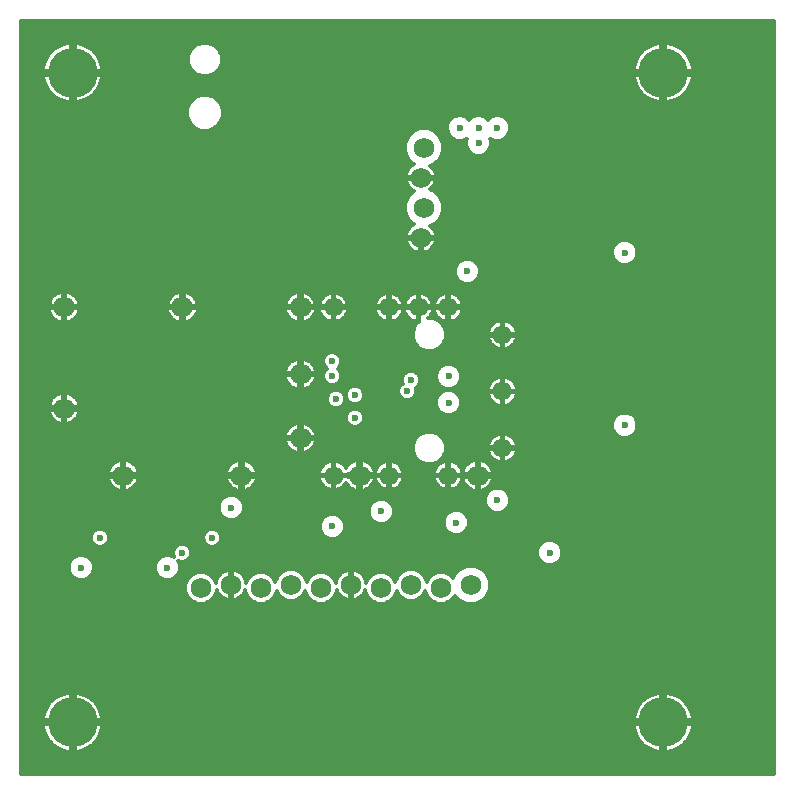
<source format=gbr>
G75*
%MOIN*%
%OFA0B0*%
%FSLAX25Y25*%
%IPPOS*%
%LPD*%
%AMOC8*
5,1,8,0,0,1.08239X$1,22.5*
%
%ADD10C,0.07028*%
%ADD11C,0.06358*%
%ADD12C,0.16598*%
%ADD13C,0.06800*%
%ADD14C,0.02362*%
%ADD15C,0.01299*%
D10*
X0064242Y0103749D03*
X0044557Y0126091D03*
X0044557Y0159851D03*
X0083927Y0159851D03*
X0123297Y0159851D03*
X0123297Y0137509D03*
X0123297Y0116249D03*
X0103612Y0103749D03*
X0142982Y0103749D03*
X0182352Y0103749D03*
D11*
X0172510Y0103749D03*
X0152825Y0103749D03*
X0134321Y0103749D03*
X0190620Y0112902D03*
X0190620Y0131800D03*
X0190620Y0150698D03*
X0172510Y0159851D03*
X0162667Y0159851D03*
X0152825Y0159851D03*
X0134321Y0159851D03*
D12*
X0047352Y0238020D03*
X0244203Y0238020D03*
X0244203Y0021485D03*
X0047352Y0021485D03*
D13*
X0090167Y0066300D03*
X0100167Y0067300D03*
X0110167Y0066300D03*
X0120167Y0067300D03*
X0130167Y0066300D03*
X0140167Y0067300D03*
X0150167Y0066300D03*
X0160167Y0067300D03*
X0170167Y0066300D03*
X0180167Y0067300D03*
X0163417Y0183050D03*
X0164417Y0193050D03*
X0163417Y0203050D03*
X0164417Y0213050D03*
D14*
X0176417Y0219615D03*
X0182667Y0219615D03*
X0182667Y0214615D03*
X0188917Y0219615D03*
X0201417Y0228050D03*
X0206417Y0228050D03*
X0206417Y0223050D03*
X0213917Y0223050D03*
X0218917Y0223050D03*
X0218917Y0218050D03*
X0213917Y0218050D03*
X0223917Y0218050D03*
X0223917Y0223050D03*
X0223917Y0229300D03*
X0223917Y0234300D03*
X0223917Y0239300D03*
X0223917Y0245550D03*
X0218917Y0245550D03*
X0213917Y0245550D03*
X0213917Y0250550D03*
X0218917Y0250550D03*
X0223917Y0250550D03*
X0206417Y0245550D03*
X0206417Y0240550D03*
X0201417Y0240550D03*
X0203917Y0234300D03*
X0197667Y0234300D03*
X0181417Y0234300D03*
X0172667Y0231800D03*
X0157667Y0231800D03*
X0141417Y0208050D03*
X0132667Y0199300D03*
X0123917Y0208050D03*
X0071417Y0208050D03*
X0071417Y0230550D03*
X0071417Y0251800D03*
X0178917Y0171800D03*
X0200167Y0150550D03*
X0207667Y0156800D03*
X0215167Y0164300D03*
X0223917Y0169300D03*
X0231417Y0169300D03*
X0239542Y0172425D03*
X0231417Y0178050D03*
X0236417Y0188050D03*
X0251417Y0188050D03*
X0258917Y0178050D03*
X0258917Y0166800D03*
X0253917Y0166800D03*
X0248917Y0166800D03*
X0240167Y0161800D03*
X0248917Y0154300D03*
X0253917Y0156800D03*
X0258917Y0156800D03*
X0258917Y0145550D03*
X0272667Y0153050D03*
X0272667Y0170550D03*
X0272667Y0186800D03*
X0243917Y0150550D03*
X0237667Y0150550D03*
X0230167Y0154300D03*
X0223917Y0150550D03*
X0217667Y0144300D03*
X0210167Y0136800D03*
X0200167Y0131800D03*
X0210167Y0126800D03*
X0217667Y0119300D03*
X0222667Y0113050D03*
X0232667Y0111800D03*
X0238917Y0114300D03*
X0231417Y0120550D03*
X0236417Y0130550D03*
X0251417Y0130550D03*
X0258917Y0118050D03*
X0258917Y0106800D03*
X0253917Y0106800D03*
X0248917Y0106800D03*
X0240167Y0101800D03*
X0249542Y0094925D03*
X0253917Y0096800D03*
X0259542Y0096800D03*
X0272667Y0093050D03*
X0272667Y0110550D03*
X0272667Y0131800D03*
X0246417Y0091175D03*
X0233292Y0091175D03*
X0222667Y0094300D03*
X0215167Y0099300D03*
X0206417Y0095550D03*
X0213917Y0087425D03*
X0206417Y0078050D03*
X0188917Y0095550D03*
X0195792Y0101800D03*
X0207667Y0106800D03*
X0200167Y0114300D03*
X0175792Y0118675D03*
X0172667Y0128050D03*
X0172667Y0136800D03*
X0167667Y0144300D03*
X0157667Y0144300D03*
X0160167Y0135550D03*
X0158917Y0131800D03*
X0156417Y0121800D03*
X0142667Y0118050D03*
X0141417Y0123050D03*
X0135167Y0129300D03*
X0141417Y0130550D03*
X0133917Y0136800D03*
X0133917Y0141800D03*
X0142667Y0146800D03*
X0127042Y0093675D03*
X0133917Y0086800D03*
X0145167Y0088050D03*
X0150167Y0091800D03*
X0160792Y0093675D03*
X0175167Y0088050D03*
X0175167Y0074300D03*
X0165167Y0074300D03*
X0118917Y0086800D03*
X0105167Y0086800D03*
X0100167Y0093050D03*
X0093917Y0083050D03*
X0083917Y0078050D03*
X0078917Y0073050D03*
X0056417Y0083050D03*
X0050167Y0073050D03*
X0211417Y0200550D03*
X0220167Y0209300D03*
D15*
X0030089Y0255284D02*
X0030089Y0004221D01*
X0281152Y0004221D01*
X0281152Y0255284D01*
X0030089Y0255284D01*
X0030089Y0254856D02*
X0281152Y0254856D01*
X0281152Y0253558D02*
X0030089Y0253558D01*
X0030089Y0252261D02*
X0281152Y0252261D01*
X0281152Y0250963D02*
X0030089Y0250963D01*
X0030089Y0249665D02*
X0281152Y0249665D01*
X0281152Y0248368D02*
X0030089Y0248368D01*
X0030089Y0247070D02*
X0043214Y0247070D01*
X0043539Y0247226D02*
X0042532Y0246742D01*
X0041586Y0246147D01*
X0040713Y0245450D01*
X0039922Y0244660D01*
X0039226Y0243787D01*
X0038631Y0242840D01*
X0038146Y0241834D01*
X0037777Y0240779D01*
X0037529Y0239690D01*
X0037414Y0238670D01*
X0046703Y0238670D01*
X0046703Y0247959D01*
X0045683Y0247844D01*
X0044594Y0247596D01*
X0043539Y0247226D01*
X0041116Y0245772D02*
X0030089Y0245772D01*
X0030089Y0244474D02*
X0039774Y0244474D01*
X0038842Y0243177D02*
X0030089Y0243177D01*
X0030089Y0241879D02*
X0038168Y0241879D01*
X0037732Y0240581D02*
X0030089Y0240581D01*
X0030089Y0239283D02*
X0037483Y0239283D01*
X0037414Y0237371D02*
X0037529Y0236351D01*
X0037777Y0235262D01*
X0038146Y0234207D01*
X0038631Y0233200D01*
X0039226Y0232254D01*
X0039922Y0231381D01*
X0040713Y0230591D01*
X0041586Y0229894D01*
X0042532Y0229299D01*
X0043539Y0228814D01*
X0044594Y0228445D01*
X0045683Y0228197D01*
X0046703Y0228082D01*
X0046703Y0237371D01*
X0048002Y0237371D01*
X0048002Y0238670D01*
X0057291Y0238670D01*
X0057176Y0239690D01*
X0056927Y0240779D01*
X0056558Y0241834D01*
X0056074Y0242840D01*
X0055479Y0243787D01*
X0054782Y0244660D01*
X0053992Y0245450D01*
X0053119Y0246147D01*
X0052172Y0246742D01*
X0051166Y0247226D01*
X0050111Y0247596D01*
X0049021Y0247844D01*
X0048002Y0247959D01*
X0048002Y0238670D01*
X0046703Y0238670D01*
X0046703Y0237371D01*
X0037414Y0237371D01*
X0037491Y0236688D02*
X0030089Y0236688D01*
X0030089Y0235390D02*
X0037748Y0235390D01*
X0038202Y0234093D02*
X0030089Y0234093D01*
X0030089Y0232795D02*
X0038886Y0232795D01*
X0039830Y0231497D02*
X0030089Y0231497D01*
X0030089Y0230199D02*
X0041203Y0230199D01*
X0043358Y0228902D02*
X0030089Y0228902D01*
X0030089Y0227604D02*
X0086159Y0227604D01*
X0086361Y0228092D02*
X0085453Y0225900D01*
X0085453Y0223527D01*
X0086361Y0221335D01*
X0088039Y0219657D01*
X0090231Y0218749D01*
X0092604Y0218749D01*
X0094796Y0219657D01*
X0096474Y0221335D01*
X0097382Y0223527D01*
X0097382Y0225900D01*
X0096474Y0228092D01*
X0094796Y0229770D01*
X0092604Y0230678D01*
X0090231Y0230678D01*
X0088039Y0229770D01*
X0086361Y0228092D01*
X0087170Y0228902D02*
X0051347Y0228902D01*
X0051166Y0228814D02*
X0052172Y0229299D01*
X0053119Y0229894D01*
X0053992Y0230591D01*
X0054782Y0231381D01*
X0055479Y0232254D01*
X0056074Y0233200D01*
X0056558Y0234207D01*
X0056927Y0235262D01*
X0057176Y0236351D01*
X0057291Y0237371D01*
X0048002Y0237371D01*
X0048002Y0228082D01*
X0049021Y0228197D01*
X0050111Y0228445D01*
X0051166Y0228814D01*
X0053502Y0230199D02*
X0089076Y0230199D01*
X0085621Y0226306D02*
X0030089Y0226306D01*
X0030089Y0225009D02*
X0085453Y0225009D01*
X0085453Y0223711D02*
X0030089Y0223711D01*
X0030089Y0222413D02*
X0085914Y0222413D01*
X0086580Y0221115D02*
X0030089Y0221115D01*
X0030089Y0219818D02*
X0087878Y0219818D01*
X0094957Y0219818D02*
X0172224Y0219818D01*
X0172224Y0220449D02*
X0172224Y0218781D01*
X0172863Y0217240D01*
X0174042Y0216060D01*
X0175583Y0215422D01*
X0177251Y0215422D01*
X0178714Y0216028D01*
X0178474Y0215449D01*
X0178474Y0213781D01*
X0179113Y0212240D01*
X0180292Y0211060D01*
X0181833Y0210422D01*
X0183501Y0210422D01*
X0185042Y0211060D01*
X0186222Y0212240D01*
X0186860Y0213781D01*
X0186860Y0215449D01*
X0186620Y0216028D01*
X0188083Y0215422D01*
X0189751Y0215422D01*
X0191292Y0216060D01*
X0192472Y0217240D01*
X0193110Y0218781D01*
X0193110Y0220449D01*
X0192472Y0221990D01*
X0191292Y0223170D01*
X0189751Y0223808D01*
X0188083Y0223808D01*
X0186542Y0223170D01*
X0185792Y0222420D01*
X0185042Y0223170D01*
X0183501Y0223808D01*
X0181833Y0223808D01*
X0180292Y0223170D01*
X0179542Y0222420D01*
X0178792Y0223170D01*
X0177251Y0223808D01*
X0175583Y0223808D01*
X0174042Y0223170D01*
X0172863Y0221990D01*
X0172224Y0220449D01*
X0172500Y0221115D02*
X0096254Y0221115D01*
X0096920Y0222413D02*
X0173286Y0222413D01*
X0175349Y0223711D02*
X0097382Y0223711D01*
X0097382Y0225009D02*
X0281152Y0225009D01*
X0281152Y0226306D02*
X0097214Y0226306D01*
X0096676Y0227604D02*
X0281152Y0227604D01*
X0281152Y0228902D02*
X0248197Y0228902D01*
X0248016Y0228814D02*
X0249023Y0229299D01*
X0249969Y0229894D01*
X0250843Y0230591D01*
X0251633Y0231381D01*
X0252329Y0232254D01*
X0252924Y0233200D01*
X0253409Y0234207D01*
X0253778Y0235262D01*
X0254026Y0236351D01*
X0254141Y0237371D01*
X0244852Y0237371D01*
X0244852Y0228082D01*
X0245872Y0228197D01*
X0246961Y0228445D01*
X0248016Y0228814D01*
X0250352Y0230199D02*
X0281152Y0230199D01*
X0281152Y0231497D02*
X0251726Y0231497D01*
X0252669Y0232795D02*
X0281152Y0232795D01*
X0281152Y0234093D02*
X0253354Y0234093D01*
X0253807Y0235390D02*
X0281152Y0235390D01*
X0281152Y0236688D02*
X0254064Y0236688D01*
X0254141Y0238670D02*
X0254026Y0239690D01*
X0253778Y0240779D01*
X0253409Y0241834D01*
X0252924Y0242840D01*
X0252329Y0243787D01*
X0251633Y0244660D01*
X0250843Y0245450D01*
X0249969Y0246147D01*
X0249023Y0246742D01*
X0248016Y0247226D01*
X0246961Y0247596D01*
X0245872Y0247844D01*
X0244852Y0247959D01*
X0244852Y0238670D01*
X0243553Y0238670D01*
X0243553Y0237371D01*
X0234264Y0237371D01*
X0234379Y0236351D01*
X0234628Y0235262D01*
X0234997Y0234207D01*
X0235482Y0233200D01*
X0236076Y0232254D01*
X0236773Y0231381D01*
X0237563Y0230591D01*
X0238437Y0229894D01*
X0239383Y0229299D01*
X0240390Y0228814D01*
X0241444Y0228445D01*
X0242534Y0228197D01*
X0243553Y0228082D01*
X0243553Y0237371D01*
X0244852Y0237371D01*
X0244852Y0238670D01*
X0254141Y0238670D01*
X0254072Y0239283D02*
X0281152Y0239283D01*
X0281152Y0237986D02*
X0244852Y0237986D01*
X0244852Y0239283D02*
X0243553Y0239283D01*
X0243553Y0238670D02*
X0243553Y0247959D01*
X0242534Y0247844D01*
X0241444Y0247596D01*
X0240390Y0247226D01*
X0239383Y0246742D01*
X0238437Y0246147D01*
X0237563Y0245450D01*
X0236773Y0244660D01*
X0236076Y0243787D01*
X0235482Y0242840D01*
X0234997Y0241834D01*
X0234628Y0240779D01*
X0234379Y0239690D01*
X0234264Y0238670D01*
X0243553Y0238670D01*
X0243553Y0237986D02*
X0094852Y0237986D01*
X0094573Y0237707D02*
X0096140Y0239274D01*
X0096988Y0241322D01*
X0096988Y0243538D01*
X0096140Y0245586D01*
X0094573Y0247153D01*
X0092525Y0248001D01*
X0090309Y0248001D01*
X0088262Y0247153D01*
X0086695Y0245586D01*
X0085846Y0243538D01*
X0085846Y0241322D01*
X0086695Y0239274D01*
X0088262Y0237707D01*
X0090309Y0236859D01*
X0092525Y0236859D01*
X0094573Y0237707D01*
X0096144Y0239283D02*
X0234333Y0239283D01*
X0234583Y0240581D02*
X0096681Y0240581D01*
X0096988Y0241879D02*
X0235019Y0241879D01*
X0235693Y0243177D02*
X0096988Y0243177D01*
X0096600Y0244474D02*
X0236625Y0244474D01*
X0237966Y0245772D02*
X0095954Y0245772D01*
X0094656Y0247070D02*
X0240064Y0247070D01*
X0243553Y0247070D02*
X0244852Y0247070D01*
X0244852Y0245772D02*
X0243553Y0245772D01*
X0243553Y0244474D02*
X0244852Y0244474D01*
X0244852Y0243177D02*
X0243553Y0243177D01*
X0243553Y0241879D02*
X0244852Y0241879D01*
X0244852Y0240581D02*
X0243553Y0240581D01*
X0243553Y0236688D02*
X0244852Y0236688D01*
X0244852Y0235390D02*
X0243553Y0235390D01*
X0243553Y0234093D02*
X0244852Y0234093D01*
X0244852Y0232795D02*
X0243553Y0232795D01*
X0243553Y0231497D02*
X0244852Y0231497D01*
X0244852Y0230199D02*
X0243553Y0230199D01*
X0243553Y0228902D02*
X0244852Y0228902D01*
X0240208Y0228902D02*
X0095664Y0228902D01*
X0093759Y0230199D02*
X0238053Y0230199D01*
X0236680Y0231497D02*
X0054875Y0231497D01*
X0055819Y0232795D02*
X0235736Y0232795D01*
X0235052Y0234093D02*
X0056503Y0234093D01*
X0056957Y0235390D02*
X0234598Y0235390D01*
X0234341Y0236688D02*
X0057214Y0236688D01*
X0057222Y0239283D02*
X0086691Y0239283D01*
X0086153Y0240581D02*
X0056973Y0240581D01*
X0056537Y0241879D02*
X0085846Y0241879D01*
X0085846Y0243177D02*
X0055862Y0243177D01*
X0054931Y0244474D02*
X0086234Y0244474D01*
X0086881Y0245772D02*
X0053589Y0245772D01*
X0051491Y0247070D02*
X0088179Y0247070D01*
X0087983Y0237986D02*
X0048002Y0237986D01*
X0048002Y0239283D02*
X0046703Y0239283D01*
X0046703Y0237986D02*
X0030089Y0237986D01*
X0046703Y0236688D02*
X0048002Y0236688D01*
X0048002Y0235390D02*
X0046703Y0235390D01*
X0046703Y0234093D02*
X0048002Y0234093D01*
X0048002Y0232795D02*
X0046703Y0232795D01*
X0046703Y0231497D02*
X0048002Y0231497D01*
X0048002Y0230199D02*
X0046703Y0230199D01*
X0046703Y0228902D02*
X0048002Y0228902D01*
X0048002Y0240581D02*
X0046703Y0240581D01*
X0046703Y0241879D02*
X0048002Y0241879D01*
X0048002Y0243177D02*
X0046703Y0243177D01*
X0046703Y0244474D02*
X0048002Y0244474D01*
X0048002Y0245772D02*
X0046703Y0245772D01*
X0046703Y0247070D02*
X0048002Y0247070D01*
X0030089Y0218520D02*
X0160868Y0218520D01*
X0160785Y0218486D02*
X0158982Y0216682D01*
X0158006Y0214325D01*
X0158006Y0211775D01*
X0158982Y0209418D01*
X0160785Y0207614D01*
X0161043Y0207508D01*
X0160771Y0207369D01*
X0160128Y0206902D01*
X0159566Y0206340D01*
X0159099Y0205697D01*
X0158738Y0204988D01*
X0158492Y0204232D01*
X0158368Y0203447D01*
X0158368Y0203400D01*
X0163067Y0203400D01*
X0163067Y0202700D01*
X0158368Y0202700D01*
X0158368Y0202653D01*
X0158492Y0201868D01*
X0158738Y0201112D01*
X0159099Y0200403D01*
X0159566Y0199760D01*
X0160128Y0199198D01*
X0160771Y0198731D01*
X0161043Y0198592D01*
X0160785Y0198486D01*
X0158982Y0196682D01*
X0158006Y0194325D01*
X0158006Y0191775D01*
X0158982Y0189418D01*
X0160785Y0187614D01*
X0161043Y0187508D01*
X0160771Y0187369D01*
X0160128Y0186902D01*
X0159566Y0186340D01*
X0159099Y0185697D01*
X0158738Y0184988D01*
X0158492Y0184232D01*
X0158368Y0183447D01*
X0158368Y0183400D01*
X0163067Y0183400D01*
X0163067Y0182700D01*
X0158368Y0182700D01*
X0158368Y0182653D01*
X0158492Y0181868D01*
X0158738Y0181112D01*
X0159099Y0180403D01*
X0159566Y0179760D01*
X0160128Y0179198D01*
X0160771Y0178731D01*
X0161479Y0178370D01*
X0162235Y0178125D01*
X0163020Y0178000D01*
X0163067Y0178000D01*
X0163067Y0182700D01*
X0163768Y0182700D01*
X0163768Y0183400D01*
X0168467Y0183400D01*
X0168467Y0183447D01*
X0168343Y0184232D01*
X0168097Y0184988D01*
X0167736Y0185697D01*
X0167269Y0186340D01*
X0166707Y0186902D01*
X0166570Y0187001D01*
X0168049Y0187614D01*
X0169853Y0189418D01*
X0170829Y0191775D01*
X0170829Y0194325D01*
X0169853Y0196682D01*
X0168049Y0198486D01*
X0166570Y0199099D01*
X0166707Y0199198D01*
X0167269Y0199760D01*
X0167736Y0200403D01*
X0168097Y0201112D01*
X0168343Y0201868D01*
X0168467Y0202653D01*
X0168467Y0202700D01*
X0163768Y0202700D01*
X0163768Y0203400D01*
X0168467Y0203400D01*
X0168467Y0203447D01*
X0168343Y0204232D01*
X0168097Y0204988D01*
X0167736Y0205697D01*
X0167269Y0206340D01*
X0166707Y0206902D01*
X0166570Y0207001D01*
X0168049Y0207614D01*
X0169853Y0209418D01*
X0170829Y0211775D01*
X0170829Y0214325D01*
X0169853Y0216682D01*
X0168049Y0218486D01*
X0165693Y0219462D01*
X0163142Y0219462D01*
X0160785Y0218486D01*
X0159522Y0217222D02*
X0030089Y0217222D01*
X0030089Y0215924D02*
X0158668Y0215924D01*
X0158130Y0214627D02*
X0030089Y0214627D01*
X0030089Y0213329D02*
X0158006Y0213329D01*
X0158006Y0212031D02*
X0030089Y0212031D01*
X0030089Y0210734D02*
X0158437Y0210734D01*
X0158974Y0209436D02*
X0030089Y0209436D01*
X0030089Y0208138D02*
X0160262Y0208138D01*
X0160066Y0206840D02*
X0030089Y0206840D01*
X0030089Y0205543D02*
X0159020Y0205543D01*
X0158496Y0204245D02*
X0030089Y0204245D01*
X0030089Y0202947D02*
X0163067Y0202947D01*
X0163768Y0202947D02*
X0281152Y0202947D01*
X0281152Y0201649D02*
X0168272Y0201649D01*
X0167699Y0200352D02*
X0281152Y0200352D01*
X0281152Y0199054D02*
X0166677Y0199054D01*
X0168779Y0197756D02*
X0281152Y0197756D01*
X0281152Y0196459D02*
X0169946Y0196459D01*
X0170483Y0195161D02*
X0281152Y0195161D01*
X0281152Y0193863D02*
X0170829Y0193863D01*
X0170829Y0192565D02*
X0281152Y0192565D01*
X0281152Y0191268D02*
X0170619Y0191268D01*
X0170082Y0189970D02*
X0281152Y0189970D01*
X0281152Y0188672D02*
X0169107Y0188672D01*
X0167470Y0187375D02*
X0281152Y0187375D01*
X0281152Y0186077D02*
X0167460Y0186077D01*
X0168165Y0184779D02*
X0281152Y0184779D01*
X0281152Y0183481D02*
X0168462Y0183481D01*
X0168467Y0182700D02*
X0163768Y0182700D01*
X0163768Y0178000D01*
X0163815Y0178000D01*
X0164600Y0178125D01*
X0165356Y0178370D01*
X0166064Y0178731D01*
X0166707Y0179198D01*
X0167269Y0179760D01*
X0167736Y0180403D01*
X0168097Y0181112D01*
X0168343Y0181868D01*
X0168467Y0182653D01*
X0168467Y0182700D01*
X0168393Y0182184D02*
X0230440Y0182184D01*
X0230583Y0182243D02*
X0229042Y0181605D01*
X0227863Y0180425D01*
X0227224Y0178884D01*
X0227224Y0177216D01*
X0227863Y0175675D01*
X0229042Y0174495D01*
X0230583Y0173857D01*
X0232251Y0173857D01*
X0233792Y0174495D01*
X0234972Y0175675D01*
X0235610Y0177216D01*
X0235610Y0178884D01*
X0234972Y0180425D01*
X0233792Y0181605D01*
X0232251Y0182243D01*
X0230583Y0182243D01*
X0232394Y0182184D02*
X0281152Y0182184D01*
X0281152Y0180886D02*
X0234511Y0180886D01*
X0235319Y0179588D02*
X0281152Y0179588D01*
X0281152Y0178290D02*
X0235610Y0178290D01*
X0235518Y0176993D02*
X0281152Y0176993D01*
X0281152Y0175695D02*
X0234980Y0175695D01*
X0233555Y0174397D02*
X0281152Y0174397D01*
X0281152Y0173100D02*
X0182917Y0173100D01*
X0183110Y0172634D02*
X0182472Y0174175D01*
X0181292Y0175355D01*
X0179751Y0175993D01*
X0178083Y0175993D01*
X0176542Y0175355D01*
X0175363Y0174175D01*
X0174724Y0172634D01*
X0174724Y0170966D01*
X0175363Y0169425D01*
X0176542Y0168245D01*
X0178083Y0167607D01*
X0179751Y0167607D01*
X0181292Y0168245D01*
X0182472Y0169425D01*
X0183110Y0170966D01*
X0183110Y0172634D01*
X0183110Y0171802D02*
X0281152Y0171802D01*
X0281152Y0170504D02*
X0182919Y0170504D01*
X0182253Y0169206D02*
X0281152Y0169206D01*
X0281152Y0167909D02*
X0180479Y0167909D01*
X0177355Y0167909D02*
X0030089Y0167909D01*
X0030089Y0169206D02*
X0175581Y0169206D01*
X0174916Y0170504D02*
X0030089Y0170504D01*
X0030089Y0171802D02*
X0174724Y0171802D01*
X0174917Y0173100D02*
X0030089Y0173100D01*
X0030089Y0174397D02*
X0175585Y0174397D01*
X0177364Y0175695D02*
X0030089Y0175695D01*
X0030089Y0176993D02*
X0227317Y0176993D01*
X0227224Y0178290D02*
X0165110Y0178290D01*
X0163768Y0178290D02*
X0163067Y0178290D01*
X0163067Y0179588D02*
X0163768Y0179588D01*
X0163768Y0180886D02*
X0163067Y0180886D01*
X0163067Y0182184D02*
X0163768Y0182184D01*
X0167097Y0179588D02*
X0227516Y0179588D01*
X0228324Y0180886D02*
X0167982Y0180886D01*
X0161725Y0178290D02*
X0030089Y0178290D01*
X0030089Y0179588D02*
X0159738Y0179588D01*
X0158853Y0180886D02*
X0030089Y0180886D01*
X0030089Y0182184D02*
X0158442Y0182184D01*
X0158373Y0183481D02*
X0030089Y0183481D01*
X0030089Y0184779D02*
X0158670Y0184779D01*
X0159375Y0186077D02*
X0030089Y0186077D01*
X0030089Y0187375D02*
X0160782Y0187375D01*
X0159727Y0188672D02*
X0030089Y0188672D01*
X0030089Y0189970D02*
X0158753Y0189970D01*
X0158215Y0191268D02*
X0030089Y0191268D01*
X0030089Y0192565D02*
X0158006Y0192565D01*
X0158006Y0193863D02*
X0030089Y0193863D01*
X0030089Y0195161D02*
X0158352Y0195161D01*
X0158889Y0196459D02*
X0030089Y0196459D01*
X0030089Y0197756D02*
X0160056Y0197756D01*
X0160326Y0199054D02*
X0030089Y0199054D01*
X0030089Y0200352D02*
X0159136Y0200352D01*
X0158563Y0201649D02*
X0030089Y0201649D01*
X0030089Y0166611D02*
X0281152Y0166611D01*
X0281152Y0165313D02*
X0030089Y0165313D01*
X0030089Y0164015D02*
X0041504Y0164015D01*
X0041193Y0163790D02*
X0040619Y0163215D01*
X0040141Y0162557D01*
X0039772Y0161833D01*
X0039521Y0161060D01*
X0039394Y0160258D01*
X0039394Y0160235D01*
X0044173Y0160235D01*
X0044173Y0159467D01*
X0044941Y0159467D01*
X0044941Y0154688D01*
X0044963Y0154688D01*
X0045766Y0154815D01*
X0046539Y0155066D01*
X0047263Y0155435D01*
X0047921Y0155913D01*
X0048495Y0156487D01*
X0048973Y0157145D01*
X0049342Y0157869D01*
X0049593Y0158642D01*
X0049720Y0159445D01*
X0049720Y0159467D01*
X0044941Y0159467D01*
X0044941Y0160235D01*
X0049720Y0160235D01*
X0049720Y0160258D01*
X0049593Y0161060D01*
X0049342Y0161833D01*
X0048973Y0162557D01*
X0048495Y0163215D01*
X0047921Y0163790D01*
X0047263Y0164267D01*
X0046539Y0164636D01*
X0045766Y0164887D01*
X0044963Y0165015D01*
X0044941Y0165015D01*
X0044941Y0160235D01*
X0044173Y0160235D01*
X0044173Y0165015D01*
X0044151Y0165015D01*
X0043348Y0164887D01*
X0042575Y0164636D01*
X0041851Y0164267D01*
X0041193Y0163790D01*
X0040257Y0162718D02*
X0030089Y0162718D01*
X0030089Y0161420D02*
X0039638Y0161420D01*
X0039394Y0159467D02*
X0039394Y0159445D01*
X0039521Y0158642D01*
X0039772Y0157869D01*
X0040141Y0157145D01*
X0040619Y0156487D01*
X0041193Y0155913D01*
X0041851Y0155435D01*
X0042575Y0155066D01*
X0043348Y0154815D01*
X0044151Y0154688D01*
X0044173Y0154688D01*
X0044173Y0159467D01*
X0039394Y0159467D01*
X0039492Y0158825D02*
X0030089Y0158825D01*
X0030089Y0160122D02*
X0044173Y0160122D01*
X0044941Y0160122D02*
X0083543Y0160122D01*
X0083543Y0160235D02*
X0083543Y0159467D01*
X0084311Y0159467D01*
X0084311Y0154688D01*
X0084334Y0154688D01*
X0085136Y0154815D01*
X0085909Y0155066D01*
X0086633Y0155435D01*
X0087291Y0155913D01*
X0087866Y0156487D01*
X0088343Y0157145D01*
X0088712Y0157869D01*
X0088963Y0158642D01*
X0089091Y0159445D01*
X0089091Y0159467D01*
X0084311Y0159467D01*
X0084311Y0160235D01*
X0089091Y0160235D01*
X0089091Y0160258D01*
X0088963Y0161060D01*
X0088712Y0161833D01*
X0088343Y0162557D01*
X0087866Y0163215D01*
X0087291Y0163790D01*
X0086633Y0164267D01*
X0085909Y0164636D01*
X0085136Y0164887D01*
X0084334Y0165015D01*
X0084311Y0165015D01*
X0084311Y0160235D01*
X0083543Y0160235D01*
X0078764Y0160235D01*
X0078764Y0160258D01*
X0078891Y0161060D01*
X0079142Y0161833D01*
X0079511Y0162557D01*
X0079989Y0163215D01*
X0080563Y0163790D01*
X0081221Y0164267D01*
X0081945Y0164636D01*
X0082718Y0164887D01*
X0083521Y0165015D01*
X0083543Y0165015D01*
X0083543Y0160235D01*
X0083543Y0159467D02*
X0078764Y0159467D01*
X0078764Y0159445D01*
X0078891Y0158642D01*
X0079142Y0157869D01*
X0079511Y0157145D01*
X0079989Y0156487D01*
X0080563Y0155913D01*
X0081221Y0155435D01*
X0081945Y0155066D01*
X0082718Y0154815D01*
X0083521Y0154688D01*
X0083543Y0154688D01*
X0083543Y0159467D01*
X0083543Y0158825D02*
X0084311Y0158825D01*
X0084311Y0160122D02*
X0122913Y0160122D01*
X0122913Y0160235D02*
X0122913Y0159467D01*
X0118134Y0159467D01*
X0118134Y0159445D01*
X0118261Y0158642D01*
X0118512Y0157869D01*
X0118881Y0157145D01*
X0119359Y0156487D01*
X0119934Y0155913D01*
X0120591Y0155435D01*
X0121315Y0155066D01*
X0122088Y0154815D01*
X0122891Y0154688D01*
X0122913Y0154688D01*
X0122913Y0159467D01*
X0123681Y0159467D01*
X0123681Y0154688D01*
X0123704Y0154688D01*
X0124506Y0154815D01*
X0125279Y0155066D01*
X0126003Y0155435D01*
X0126661Y0155913D01*
X0127236Y0156487D01*
X0127713Y0157145D01*
X0128082Y0157869D01*
X0128333Y0158642D01*
X0128461Y0159445D01*
X0128461Y0159467D01*
X0123681Y0159467D01*
X0123681Y0160235D01*
X0122913Y0160235D01*
X0118134Y0160235D01*
X0118134Y0160258D01*
X0118261Y0161060D01*
X0118512Y0161833D01*
X0118881Y0162557D01*
X0119359Y0163215D01*
X0119934Y0163790D01*
X0120591Y0164267D01*
X0121315Y0164636D01*
X0122088Y0164887D01*
X0122891Y0165015D01*
X0122913Y0165015D01*
X0122913Y0160235D01*
X0123681Y0160235D02*
X0123681Y0165015D01*
X0123704Y0165015D01*
X0124506Y0164887D01*
X0125279Y0164636D01*
X0126003Y0164267D01*
X0126661Y0163790D01*
X0127236Y0163215D01*
X0127713Y0162557D01*
X0128082Y0161833D01*
X0128333Y0161060D01*
X0128461Y0160258D01*
X0128461Y0160235D01*
X0123681Y0160235D01*
X0123681Y0160122D02*
X0134035Y0160122D01*
X0134035Y0160137D02*
X0134035Y0159566D01*
X0129492Y0159566D01*
X0129492Y0159471D01*
X0129611Y0158720D01*
X0129846Y0157998D01*
X0130191Y0157320D01*
X0130638Y0156705D01*
X0131175Y0156168D01*
X0131790Y0155721D01*
X0132467Y0155376D01*
X0133190Y0155141D01*
X0133941Y0155022D01*
X0134035Y0155022D01*
X0134035Y0159566D01*
X0134606Y0159566D01*
X0134606Y0155022D01*
X0134701Y0155022D01*
X0135452Y0155141D01*
X0136174Y0155376D01*
X0136852Y0155721D01*
X0137467Y0156168D01*
X0138004Y0156705D01*
X0138451Y0157320D01*
X0138796Y0157998D01*
X0139031Y0158720D01*
X0139150Y0159471D01*
X0139150Y0159566D01*
X0134606Y0159566D01*
X0134606Y0160137D01*
X0134035Y0160137D01*
X0129492Y0160137D01*
X0129492Y0160231D01*
X0129611Y0160982D01*
X0129846Y0161705D01*
X0130191Y0162382D01*
X0130638Y0162997D01*
X0131175Y0163534D01*
X0131790Y0163981D01*
X0132467Y0164326D01*
X0133190Y0164561D01*
X0133941Y0164680D01*
X0134035Y0164680D01*
X0134035Y0160137D01*
X0134606Y0160137D02*
X0134606Y0164680D01*
X0134701Y0164680D01*
X0135452Y0164561D01*
X0136174Y0164326D01*
X0136852Y0163981D01*
X0137467Y0163534D01*
X0138004Y0162997D01*
X0138451Y0162382D01*
X0138796Y0161705D01*
X0139031Y0160982D01*
X0139150Y0160231D01*
X0139150Y0160137D01*
X0134606Y0160137D01*
X0134606Y0160122D02*
X0152539Y0160122D01*
X0152539Y0160137D02*
X0152539Y0159566D01*
X0147996Y0159566D01*
X0147996Y0159471D01*
X0148115Y0158720D01*
X0148350Y0157998D01*
X0148695Y0157320D01*
X0149142Y0156705D01*
X0149679Y0156168D01*
X0150294Y0155721D01*
X0150971Y0155376D01*
X0151694Y0155141D01*
X0152445Y0155022D01*
X0152539Y0155022D01*
X0152539Y0159566D01*
X0153110Y0159566D01*
X0153110Y0160137D01*
X0152539Y0160137D01*
X0152539Y0164680D01*
X0152445Y0164680D01*
X0151694Y0164561D01*
X0150971Y0164326D01*
X0150294Y0163981D01*
X0149679Y0163534D01*
X0149142Y0162997D01*
X0148695Y0162382D01*
X0148350Y0161705D01*
X0148115Y0160982D01*
X0147996Y0160231D01*
X0147996Y0160137D01*
X0152539Y0160137D01*
X0153110Y0160137D02*
X0153110Y0164680D01*
X0153205Y0164680D01*
X0153956Y0164561D01*
X0154678Y0164326D01*
X0155356Y0163981D01*
X0155971Y0163534D01*
X0156508Y0162997D01*
X0156955Y0162382D01*
X0157300Y0161705D01*
X0157535Y0160982D01*
X0157654Y0160231D01*
X0157654Y0160137D01*
X0153110Y0160137D01*
X0153110Y0160122D02*
X0162382Y0160122D01*
X0162382Y0160137D02*
X0162382Y0159566D01*
X0157839Y0159566D01*
X0157839Y0159471D01*
X0157957Y0158720D01*
X0158192Y0157998D01*
X0158537Y0157320D01*
X0158984Y0156705D01*
X0159522Y0156168D01*
X0160137Y0155721D01*
X0160814Y0155376D01*
X0161537Y0155141D01*
X0162287Y0155022D01*
X0162382Y0155022D01*
X0162382Y0159566D01*
X0162953Y0159566D01*
X0162953Y0160137D01*
X0162382Y0160137D01*
X0162382Y0164680D01*
X0162287Y0164680D01*
X0161537Y0164561D01*
X0160814Y0164326D01*
X0160137Y0163981D01*
X0159522Y0163534D01*
X0158984Y0162997D01*
X0158537Y0162382D01*
X0158192Y0161705D01*
X0157957Y0160982D01*
X0157839Y0160231D01*
X0157839Y0160137D01*
X0162382Y0160137D01*
X0162953Y0160137D02*
X0162953Y0164680D01*
X0163047Y0164680D01*
X0163798Y0164561D01*
X0164521Y0164326D01*
X0165198Y0163981D01*
X0165813Y0163534D01*
X0166350Y0162997D01*
X0166797Y0162382D01*
X0167142Y0161705D01*
X0167377Y0160982D01*
X0167496Y0160231D01*
X0167496Y0160137D01*
X0162953Y0160137D01*
X0162953Y0160122D02*
X0172224Y0160122D01*
X0172224Y0160137D02*
X0172224Y0159566D01*
X0167681Y0159566D01*
X0167681Y0159471D01*
X0167800Y0158720D01*
X0168035Y0157998D01*
X0168380Y0157320D01*
X0168827Y0156705D01*
X0169364Y0156168D01*
X0169979Y0155721D01*
X0170656Y0155376D01*
X0171379Y0155141D01*
X0172130Y0155022D01*
X0172224Y0155022D01*
X0172224Y0159566D01*
X0172795Y0159566D01*
X0172795Y0155022D01*
X0172890Y0155022D01*
X0173641Y0155141D01*
X0174363Y0155376D01*
X0175041Y0155721D01*
X0175656Y0156168D01*
X0176193Y0156705D01*
X0176640Y0157320D01*
X0176985Y0157998D01*
X0177220Y0158720D01*
X0177339Y0159471D01*
X0177339Y0159566D01*
X0172795Y0159566D01*
X0172795Y0160137D01*
X0172224Y0160137D01*
X0172224Y0164680D01*
X0172130Y0164680D01*
X0171379Y0164561D01*
X0170656Y0164326D01*
X0169979Y0163981D01*
X0169364Y0163534D01*
X0168827Y0162997D01*
X0168380Y0162382D01*
X0168035Y0161705D01*
X0167800Y0160982D01*
X0167681Y0160231D01*
X0167681Y0160137D01*
X0172224Y0160137D01*
X0172795Y0160137D02*
X0172795Y0164680D01*
X0172890Y0164680D01*
X0173641Y0164561D01*
X0174363Y0164326D01*
X0175041Y0163981D01*
X0175656Y0163534D01*
X0176193Y0162997D01*
X0176640Y0162382D01*
X0176985Y0161705D01*
X0177220Y0160982D01*
X0177339Y0160231D01*
X0177339Y0160137D01*
X0172795Y0160137D01*
X0172795Y0160122D02*
X0281152Y0160122D01*
X0281152Y0158825D02*
X0177236Y0158825D01*
X0176745Y0157527D02*
X0281152Y0157527D01*
X0281152Y0156229D02*
X0175717Y0156229D01*
X0172795Y0156229D02*
X0172224Y0156229D01*
X0172224Y0157527D02*
X0172795Y0157527D01*
X0172795Y0158825D02*
X0172224Y0158825D01*
X0172224Y0161420D02*
X0172795Y0161420D01*
X0172795Y0162718D02*
X0172224Y0162718D01*
X0172224Y0164015D02*
X0172795Y0164015D01*
X0174973Y0164015D02*
X0281152Y0164015D01*
X0281152Y0162718D02*
X0176396Y0162718D01*
X0177077Y0161420D02*
X0281152Y0161420D01*
X0281152Y0154931D02*
X0192947Y0154931D01*
X0193151Y0154828D02*
X0192474Y0155173D01*
X0191751Y0155407D01*
X0191000Y0155526D01*
X0190906Y0155526D01*
X0190906Y0150983D01*
X0195449Y0150983D01*
X0195449Y0151078D01*
X0195330Y0151828D01*
X0195095Y0152551D01*
X0194750Y0153228D01*
X0194303Y0153843D01*
X0193766Y0154381D01*
X0193151Y0154828D01*
X0194456Y0153634D02*
X0281152Y0153634D01*
X0281152Y0152336D02*
X0195165Y0152336D01*
X0195449Y0151038D02*
X0281152Y0151038D01*
X0281152Y0149741D02*
X0195357Y0149741D01*
X0195330Y0149567D02*
X0195449Y0150318D01*
X0195449Y0150412D01*
X0190906Y0150412D01*
X0190906Y0150983D01*
X0190335Y0150983D01*
X0190335Y0155526D01*
X0190240Y0155526D01*
X0189489Y0155407D01*
X0188766Y0155173D01*
X0188089Y0154828D01*
X0187474Y0154381D01*
X0186937Y0153843D01*
X0186490Y0153228D01*
X0186145Y0152551D01*
X0185910Y0151828D01*
X0185791Y0151078D01*
X0185791Y0150983D01*
X0190335Y0150983D01*
X0190335Y0150412D01*
X0190906Y0150412D01*
X0190906Y0145869D01*
X0191000Y0145869D01*
X0191751Y0145988D01*
X0192474Y0146223D01*
X0193151Y0146568D01*
X0193766Y0147014D01*
X0194303Y0147552D01*
X0194750Y0148167D01*
X0195095Y0148844D01*
X0195330Y0149567D01*
X0194891Y0148443D02*
X0281152Y0148443D01*
X0281152Y0147145D02*
X0193896Y0147145D01*
X0190906Y0147145D02*
X0190335Y0147145D01*
X0190335Y0145869D02*
X0190335Y0150412D01*
X0185791Y0150412D01*
X0185791Y0150318D01*
X0185910Y0149567D01*
X0186145Y0148844D01*
X0186490Y0148167D01*
X0186937Y0147552D01*
X0187474Y0147014D01*
X0188089Y0146568D01*
X0188766Y0146223D01*
X0189489Y0145988D01*
X0190240Y0145869D01*
X0190335Y0145869D01*
X0190335Y0148443D02*
X0190906Y0148443D01*
X0190906Y0149741D02*
X0190335Y0149741D01*
X0190335Y0151038D02*
X0190906Y0151038D01*
X0190906Y0152336D02*
X0190335Y0152336D01*
X0190335Y0153634D02*
X0190906Y0153634D01*
X0190906Y0154931D02*
X0190335Y0154931D01*
X0188293Y0154931D02*
X0169716Y0154931D01*
X0169311Y0155337D02*
X0167299Y0156170D01*
X0165815Y0156170D01*
X0166350Y0156705D01*
X0166797Y0157320D01*
X0167142Y0157998D01*
X0167377Y0158720D01*
X0167496Y0159471D01*
X0167496Y0159566D01*
X0162953Y0159566D01*
X0162953Y0155179D01*
X0161571Y0153798D01*
X0160738Y0151786D01*
X0160738Y0149609D01*
X0161571Y0147598D01*
X0163111Y0146058D01*
X0165122Y0145225D01*
X0167299Y0145225D01*
X0169311Y0146058D01*
X0170850Y0147598D01*
X0171683Y0149609D01*
X0171683Y0151786D01*
X0170850Y0153798D01*
X0169311Y0155337D01*
X0169303Y0156229D02*
X0165874Y0156229D01*
X0166902Y0157527D02*
X0168275Y0157527D01*
X0167784Y0158825D02*
X0167394Y0158825D01*
X0167235Y0161420D02*
X0167942Y0161420D01*
X0168624Y0162718D02*
X0166553Y0162718D01*
X0165131Y0164015D02*
X0170047Y0164015D01*
X0162953Y0164015D02*
X0162382Y0164015D01*
X0162382Y0162718D02*
X0162953Y0162718D01*
X0162953Y0161420D02*
X0162382Y0161420D01*
X0162382Y0158825D02*
X0162953Y0158825D01*
X0162953Y0157527D02*
X0162382Y0157527D01*
X0162382Y0156229D02*
X0162953Y0156229D01*
X0162705Y0154931D02*
X0124865Y0154931D01*
X0123681Y0154931D02*
X0122913Y0154931D01*
X0121730Y0154931D02*
X0085495Y0154931D01*
X0084311Y0154931D02*
X0083543Y0154931D01*
X0082360Y0154931D02*
X0046125Y0154931D01*
X0044941Y0154931D02*
X0044173Y0154931D01*
X0042989Y0154931D02*
X0030089Y0154931D01*
X0030089Y0153634D02*
X0161503Y0153634D01*
X0160966Y0152336D02*
X0030089Y0152336D01*
X0030089Y0151038D02*
X0160738Y0151038D01*
X0160738Y0149741D02*
X0030089Y0149741D01*
X0030089Y0148443D02*
X0161221Y0148443D01*
X0162024Y0147145D02*
X0030089Y0147145D01*
X0030089Y0145847D02*
X0163620Y0145847D01*
X0168801Y0145847D02*
X0281152Y0145847D01*
X0281152Y0144550D02*
X0135149Y0144550D01*
X0135623Y0144353D02*
X0134516Y0144812D01*
X0133318Y0144812D01*
X0132211Y0144353D01*
X0131364Y0143506D01*
X0130906Y0142399D01*
X0130906Y0141201D01*
X0131364Y0140094D01*
X0132158Y0139300D01*
X0131364Y0138506D01*
X0130906Y0137399D01*
X0130906Y0136201D01*
X0131364Y0135094D01*
X0132211Y0134247D01*
X0133318Y0133788D01*
X0134516Y0133788D01*
X0135623Y0134247D01*
X0136471Y0135094D01*
X0136929Y0136201D01*
X0136929Y0137399D01*
X0136471Y0138506D01*
X0135677Y0139300D01*
X0136471Y0140094D01*
X0136929Y0141201D01*
X0136929Y0142399D01*
X0136471Y0143506D01*
X0135623Y0144353D01*
X0136576Y0143252D02*
X0281152Y0143252D01*
X0281152Y0141954D02*
X0136929Y0141954D01*
X0136704Y0140656D02*
X0171021Y0140656D01*
X0170292Y0140355D02*
X0171833Y0140993D01*
X0173501Y0140993D01*
X0175042Y0140355D01*
X0176222Y0139175D01*
X0176860Y0137634D01*
X0176860Y0135966D01*
X0176222Y0134425D01*
X0175042Y0133245D01*
X0173501Y0132607D01*
X0171833Y0132607D01*
X0170292Y0133245D01*
X0169113Y0134425D01*
X0168474Y0135966D01*
X0168474Y0137634D01*
X0169113Y0139175D01*
X0170292Y0140355D01*
X0169296Y0139359D02*
X0135735Y0139359D01*
X0136655Y0138061D02*
X0158419Y0138061D01*
X0158461Y0138103D02*
X0157614Y0137256D01*
X0157156Y0136149D01*
X0157156Y0134951D01*
X0157375Y0134421D01*
X0157211Y0134353D01*
X0156364Y0133506D01*
X0155906Y0132399D01*
X0155906Y0131201D01*
X0156364Y0130094D01*
X0157211Y0129247D01*
X0158318Y0128788D01*
X0159516Y0128788D01*
X0160623Y0129247D01*
X0161471Y0130094D01*
X0161929Y0131201D01*
X0161929Y0132399D01*
X0161710Y0132929D01*
X0161873Y0132997D01*
X0162721Y0133844D01*
X0163179Y0134951D01*
X0163179Y0136149D01*
X0162721Y0137256D01*
X0161873Y0138103D01*
X0160766Y0138562D01*
X0159568Y0138562D01*
X0158461Y0138103D01*
X0157410Y0136763D02*
X0136929Y0136763D01*
X0136625Y0135466D02*
X0157156Y0135466D01*
X0157026Y0134168D02*
X0135433Y0134168D01*
X0135766Y0132312D02*
X0134568Y0132312D01*
X0133461Y0131853D01*
X0132614Y0131006D01*
X0132156Y0129899D01*
X0132156Y0128701D01*
X0132614Y0127594D01*
X0133461Y0126747D01*
X0134568Y0126288D01*
X0135766Y0126288D01*
X0136873Y0126747D01*
X0137721Y0127594D01*
X0138179Y0128701D01*
X0138179Y0129899D01*
X0137721Y0131006D01*
X0136873Y0131853D01*
X0135766Y0132312D01*
X0137154Y0131572D02*
X0138581Y0131572D01*
X0138406Y0131149D02*
X0138406Y0129951D01*
X0138864Y0128844D01*
X0139711Y0127997D01*
X0140818Y0127538D01*
X0142016Y0127538D01*
X0143123Y0127997D01*
X0143971Y0128844D01*
X0144429Y0129951D01*
X0144429Y0131149D01*
X0143971Y0132256D01*
X0143123Y0133103D01*
X0142016Y0133562D01*
X0140818Y0133562D01*
X0139711Y0133103D01*
X0138864Y0132256D01*
X0138406Y0131149D01*
X0138406Y0130275D02*
X0138024Y0130275D01*
X0138179Y0128977D02*
X0138809Y0128977D01*
X0137756Y0127679D02*
X0140478Y0127679D01*
X0140818Y0126062D02*
X0139711Y0125603D01*
X0138864Y0124756D01*
X0138406Y0123649D01*
X0138406Y0122451D01*
X0138864Y0121344D01*
X0139711Y0120497D01*
X0140818Y0120038D01*
X0142016Y0120038D01*
X0143123Y0120497D01*
X0143971Y0121344D01*
X0144429Y0122451D01*
X0144429Y0123649D01*
X0143971Y0124756D01*
X0143123Y0125603D01*
X0142016Y0126062D01*
X0140818Y0126062D01*
X0139192Y0125084D02*
X0049625Y0125084D01*
X0049593Y0124882D02*
X0049720Y0125685D01*
X0049720Y0125707D01*
X0044941Y0125707D01*
X0044941Y0120928D01*
X0044963Y0120928D01*
X0045766Y0121055D01*
X0046539Y0121306D01*
X0047263Y0121675D01*
X0047921Y0122153D01*
X0048495Y0122728D01*
X0048973Y0123385D01*
X0049342Y0124109D01*
X0049593Y0124882D01*
X0049177Y0123786D02*
X0138462Y0123786D01*
X0138406Y0122488D02*
X0048256Y0122488D01*
X0046183Y0121191D02*
X0121797Y0121191D01*
X0122088Y0121285D02*
X0121315Y0121034D01*
X0120591Y0120665D01*
X0119934Y0120187D01*
X0119359Y0119613D01*
X0118881Y0118955D01*
X0118512Y0118231D01*
X0118261Y0117458D01*
X0118134Y0116655D01*
X0118134Y0116633D01*
X0122913Y0116633D01*
X0122913Y0115865D01*
X0118134Y0115865D01*
X0118134Y0115842D01*
X0118261Y0115040D01*
X0118512Y0114267D01*
X0118881Y0113543D01*
X0119359Y0112885D01*
X0119934Y0112310D01*
X0120591Y0111833D01*
X0121315Y0111464D01*
X0122088Y0111213D01*
X0122891Y0111085D01*
X0122913Y0111085D01*
X0122913Y0115865D01*
X0123681Y0115865D01*
X0123681Y0111085D01*
X0123704Y0111085D01*
X0124506Y0111213D01*
X0125279Y0111464D01*
X0126003Y0111833D01*
X0126661Y0112310D01*
X0127236Y0112885D01*
X0127713Y0113543D01*
X0128082Y0114267D01*
X0128333Y0115040D01*
X0128461Y0115842D01*
X0128461Y0115865D01*
X0123681Y0115865D01*
X0123681Y0116633D01*
X0122913Y0116633D01*
X0122913Y0121412D01*
X0122891Y0121412D01*
X0122088Y0121285D01*
X0122913Y0121191D02*
X0123681Y0121191D01*
X0123681Y0121412D02*
X0123704Y0121412D01*
X0124506Y0121285D01*
X0125279Y0121034D01*
X0126003Y0120665D01*
X0126661Y0120187D01*
X0127236Y0119613D01*
X0127713Y0118955D01*
X0128082Y0118231D01*
X0128333Y0117458D01*
X0128461Y0116655D01*
X0128461Y0116633D01*
X0123681Y0116633D01*
X0123681Y0121412D01*
X0124797Y0121191D02*
X0139017Y0121191D01*
X0143817Y0121191D02*
X0227224Y0121191D01*
X0227224Y0121384D02*
X0227224Y0119716D01*
X0227863Y0118175D01*
X0229042Y0116995D01*
X0230583Y0116357D01*
X0232251Y0116357D01*
X0233792Y0116995D01*
X0234972Y0118175D01*
X0235610Y0119716D01*
X0235610Y0121384D01*
X0234972Y0122925D01*
X0233792Y0124105D01*
X0232251Y0124743D01*
X0230583Y0124743D01*
X0229042Y0124105D01*
X0227863Y0122925D01*
X0227224Y0121384D01*
X0227682Y0122488D02*
X0144429Y0122488D01*
X0144372Y0123786D02*
X0228724Y0123786D01*
X0227224Y0119893D02*
X0126955Y0119893D01*
X0127897Y0118595D02*
X0227689Y0118595D01*
X0228740Y0117297D02*
X0192630Y0117297D01*
X0192474Y0117377D02*
X0191751Y0117612D01*
X0191000Y0117731D01*
X0190906Y0117731D01*
X0190906Y0113188D01*
X0195449Y0113188D01*
X0195449Y0113282D01*
X0195330Y0114033D01*
X0195095Y0114756D01*
X0194750Y0115433D01*
X0194303Y0116048D01*
X0193766Y0116586D01*
X0193151Y0117032D01*
X0192474Y0117377D01*
X0190906Y0117297D02*
X0190335Y0117297D01*
X0190335Y0117731D02*
X0190240Y0117731D01*
X0189489Y0117612D01*
X0188766Y0117377D01*
X0188089Y0117032D01*
X0187474Y0116586D01*
X0186937Y0116048D01*
X0186490Y0115433D01*
X0186145Y0114756D01*
X0185910Y0114033D01*
X0185791Y0113282D01*
X0185791Y0113188D01*
X0190335Y0113188D01*
X0190335Y0117731D01*
X0190335Y0116000D02*
X0190906Y0116000D01*
X0190906Y0114702D02*
X0190335Y0114702D01*
X0190335Y0113404D02*
X0190906Y0113404D01*
X0190906Y0113188D02*
X0190335Y0113188D01*
X0190335Y0112617D01*
X0190906Y0112617D01*
X0190906Y0113188D01*
X0190906Y0112617D02*
X0195449Y0112617D01*
X0195449Y0112522D01*
X0195330Y0111772D01*
X0195095Y0111049D01*
X0194750Y0110372D01*
X0194303Y0109757D01*
X0193766Y0109219D01*
X0193151Y0108772D01*
X0192474Y0108427D01*
X0191751Y0108193D01*
X0191000Y0108074D01*
X0190906Y0108074D01*
X0190906Y0112617D01*
X0190906Y0112107D02*
X0190335Y0112107D01*
X0190335Y0112617D02*
X0190335Y0108074D01*
X0190240Y0108074D01*
X0189489Y0108193D01*
X0188766Y0108427D01*
X0188089Y0108772D01*
X0187474Y0109219D01*
X0186937Y0109757D01*
X0186490Y0110372D01*
X0186145Y0111049D01*
X0185910Y0111772D01*
X0185791Y0112522D01*
X0185791Y0112617D01*
X0190335Y0112617D01*
X0190335Y0110809D02*
X0190906Y0110809D01*
X0190906Y0109511D02*
X0190335Y0109511D01*
X0190335Y0108213D02*
X0190906Y0108213D01*
X0191815Y0108213D02*
X0281152Y0108213D01*
X0281152Y0106916D02*
X0186434Y0106916D01*
X0186291Y0107113D02*
X0185716Y0107687D01*
X0185059Y0108165D01*
X0184334Y0108534D01*
X0183561Y0108785D01*
X0182759Y0108912D01*
X0182736Y0108912D01*
X0182736Y0104133D01*
X0181968Y0104133D01*
X0181968Y0103365D01*
X0177338Y0103365D01*
X0177339Y0103369D01*
X0177339Y0103463D01*
X0172795Y0103463D01*
X0172795Y0098920D01*
X0172890Y0098920D01*
X0173641Y0099039D01*
X0174363Y0099274D01*
X0175041Y0099619D01*
X0175656Y0100066D01*
X0176193Y0100603D01*
X0176640Y0101218D01*
X0176985Y0101895D01*
X0177220Y0102618D01*
X0177262Y0102883D01*
X0177316Y0102540D01*
X0177567Y0101767D01*
X0177936Y0101043D01*
X0178414Y0100385D01*
X0178989Y0099810D01*
X0179646Y0099333D01*
X0180370Y0098964D01*
X0181143Y0098713D01*
X0181946Y0098585D01*
X0181968Y0098585D01*
X0181968Y0103365D01*
X0182736Y0103365D01*
X0182736Y0098585D01*
X0182759Y0098585D01*
X0183561Y0098713D01*
X0184334Y0098964D01*
X0185059Y0099333D01*
X0185716Y0099810D01*
X0186291Y0100385D01*
X0186768Y0101043D01*
X0187137Y0101767D01*
X0187389Y0102540D01*
X0187516Y0103342D01*
X0187516Y0103365D01*
X0182736Y0103365D01*
X0182736Y0104133D01*
X0187516Y0104133D01*
X0187516Y0104155D01*
X0187389Y0104958D01*
X0187137Y0105731D01*
X0186768Y0106455D01*
X0186291Y0107113D01*
X0184964Y0108213D02*
X0189425Y0108213D01*
X0187182Y0109511D02*
X0170559Y0109511D01*
X0170850Y0109802D02*
X0171683Y0111814D01*
X0171683Y0113991D01*
X0170850Y0116002D01*
X0169311Y0117542D01*
X0167299Y0118375D01*
X0165122Y0118375D01*
X0163111Y0117542D01*
X0161571Y0116002D01*
X0160738Y0113991D01*
X0160738Y0111814D01*
X0161571Y0109802D01*
X0163111Y0108263D01*
X0165122Y0107430D01*
X0167299Y0107430D01*
X0169311Y0108263D01*
X0170850Y0109802D01*
X0171267Y0110809D02*
X0186267Y0110809D01*
X0185857Y0112107D02*
X0171683Y0112107D01*
X0171683Y0113404D02*
X0185811Y0113404D01*
X0186128Y0114702D02*
X0171389Y0114702D01*
X0170851Y0116000D02*
X0186902Y0116000D01*
X0188610Y0117297D02*
X0169555Y0117297D01*
X0162867Y0117297D02*
X0128359Y0117297D01*
X0128224Y0114702D02*
X0161033Y0114702D01*
X0160738Y0113404D02*
X0127613Y0113404D01*
X0126380Y0112107D02*
X0160738Y0112107D01*
X0161154Y0110809D02*
X0030089Y0110809D01*
X0030089Y0112107D02*
X0120214Y0112107D01*
X0118982Y0113404D02*
X0030089Y0113404D01*
X0030089Y0114702D02*
X0118371Y0114702D01*
X0118236Y0117297D02*
X0030089Y0117297D01*
X0030089Y0116000D02*
X0122913Y0116000D01*
X0123681Y0116000D02*
X0161570Y0116000D01*
X0161863Y0109511D02*
X0030089Y0109511D01*
X0030089Y0108213D02*
X0061631Y0108213D01*
X0061536Y0108165D02*
X0060878Y0107687D01*
X0060304Y0107113D01*
X0059826Y0106455D01*
X0059457Y0105731D01*
X0059206Y0104958D01*
X0059079Y0104155D01*
X0059079Y0104133D01*
X0063858Y0104133D01*
X0063858Y0108912D01*
X0063836Y0108912D01*
X0063033Y0108785D01*
X0062260Y0108534D01*
X0061536Y0108165D01*
X0060161Y0106916D02*
X0030089Y0106916D01*
X0030089Y0105618D02*
X0059420Y0105618D01*
X0059105Y0104320D02*
X0030089Y0104320D01*
X0030089Y0103022D02*
X0059129Y0103022D01*
X0059079Y0103342D02*
X0059206Y0102540D01*
X0059457Y0101767D01*
X0059826Y0101043D01*
X0060304Y0100385D01*
X0060878Y0099810D01*
X0061536Y0099333D01*
X0062260Y0098964D01*
X0063033Y0098713D01*
X0063836Y0098585D01*
X0063858Y0098585D01*
X0063858Y0103365D01*
X0059079Y0103365D01*
X0059079Y0103342D01*
X0059478Y0101725D02*
X0030089Y0101725D01*
X0030089Y0100427D02*
X0060273Y0100427D01*
X0061935Y0099129D02*
X0030089Y0099129D01*
X0030089Y0097832D02*
X0185324Y0097832D01*
X0185363Y0097925D02*
X0184724Y0096384D01*
X0184724Y0094716D01*
X0185363Y0093175D01*
X0186542Y0091995D01*
X0188083Y0091357D01*
X0189751Y0091357D01*
X0191292Y0091995D01*
X0192472Y0093175D01*
X0193110Y0094716D01*
X0193110Y0096384D01*
X0192472Y0097925D01*
X0191292Y0099105D01*
X0189751Y0099743D01*
X0188083Y0099743D01*
X0186542Y0099105D01*
X0185363Y0097925D01*
X0184659Y0099129D02*
X0186602Y0099129D01*
X0186321Y0100427D02*
X0281152Y0100427D01*
X0281152Y0099129D02*
X0191233Y0099129D01*
X0192511Y0097832D02*
X0281152Y0097832D01*
X0281152Y0096534D02*
X0193048Y0096534D01*
X0193110Y0095236D02*
X0281152Y0095236D01*
X0281152Y0093938D02*
X0192788Y0093938D01*
X0191938Y0092641D02*
X0281152Y0092641D01*
X0281152Y0091343D02*
X0177804Y0091343D01*
X0177542Y0091605D02*
X0176001Y0092243D01*
X0174333Y0092243D01*
X0172792Y0091605D01*
X0171613Y0090425D01*
X0170974Y0088884D01*
X0170974Y0087216D01*
X0171613Y0085675D01*
X0172792Y0084495D01*
X0174333Y0083857D01*
X0176001Y0083857D01*
X0177542Y0084495D01*
X0178722Y0085675D01*
X0179360Y0087216D01*
X0179360Y0088884D01*
X0178722Y0090425D01*
X0177542Y0091605D01*
X0178879Y0090045D02*
X0281152Y0090045D01*
X0281152Y0088748D02*
X0179360Y0088748D01*
X0179360Y0087450D02*
X0281152Y0087450D01*
X0281152Y0086152D02*
X0178920Y0086152D01*
X0177901Y0084854D02*
X0281152Y0084854D01*
X0281152Y0083557D02*
X0136604Y0083557D01*
X0136292Y0083245D02*
X0137472Y0084425D01*
X0138110Y0085966D01*
X0138110Y0087634D01*
X0137472Y0089175D01*
X0136292Y0090355D01*
X0134751Y0090993D01*
X0133083Y0090993D01*
X0131542Y0090355D01*
X0130363Y0089175D01*
X0129724Y0087634D01*
X0129724Y0085966D01*
X0130363Y0084425D01*
X0131542Y0083245D01*
X0133083Y0082607D01*
X0134751Y0082607D01*
X0136292Y0083245D01*
X0137650Y0084854D02*
X0172433Y0084854D01*
X0171415Y0086152D02*
X0138110Y0086152D01*
X0138110Y0087450D02*
X0170974Y0087450D01*
X0170974Y0088748D02*
X0153044Y0088748D01*
X0152542Y0088245D02*
X0153722Y0089425D01*
X0154360Y0090966D01*
X0154360Y0092634D01*
X0153722Y0094175D01*
X0152542Y0095355D01*
X0151001Y0095993D01*
X0149333Y0095993D01*
X0147792Y0095355D01*
X0146613Y0094175D01*
X0145974Y0092634D01*
X0145974Y0090966D01*
X0146613Y0089425D01*
X0147792Y0088245D01*
X0149333Y0087607D01*
X0151001Y0087607D01*
X0152542Y0088245D01*
X0153979Y0090045D02*
X0171455Y0090045D01*
X0172531Y0091343D02*
X0154360Y0091343D01*
X0154357Y0092641D02*
X0185897Y0092641D01*
X0185046Y0093938D02*
X0153820Y0093938D01*
X0152661Y0095236D02*
X0184724Y0095236D01*
X0184786Y0096534D02*
X0102613Y0096534D01*
X0102542Y0096605D02*
X0101001Y0097243D01*
X0099333Y0097243D01*
X0097792Y0096605D01*
X0096613Y0095425D01*
X0095974Y0093884D01*
X0095974Y0092216D01*
X0096613Y0090675D01*
X0097792Y0089495D01*
X0099333Y0088857D01*
X0101001Y0088857D01*
X0102542Y0089495D01*
X0103722Y0090675D01*
X0104360Y0092216D01*
X0104360Y0093884D01*
X0103722Y0095425D01*
X0102542Y0096605D01*
X0103800Y0095236D02*
X0147674Y0095236D01*
X0146515Y0093938D02*
X0104338Y0093938D01*
X0104360Y0092641D02*
X0145977Y0092641D01*
X0145974Y0091343D02*
X0103999Y0091343D01*
X0103092Y0090045D02*
X0131233Y0090045D01*
X0130186Y0088748D02*
X0030089Y0088748D01*
X0030089Y0090045D02*
X0097242Y0090045D01*
X0096336Y0091343D02*
X0030089Y0091343D01*
X0030089Y0092641D02*
X0095974Y0092641D01*
X0095997Y0093938D02*
X0030089Y0093938D01*
X0030089Y0095236D02*
X0096534Y0095236D01*
X0097722Y0096534D02*
X0030089Y0096534D01*
X0030089Y0087450D02*
X0129724Y0087450D01*
X0129724Y0086152D02*
X0030089Y0086152D01*
X0030089Y0084854D02*
X0053962Y0084854D01*
X0053864Y0084756D02*
X0053406Y0083649D01*
X0053406Y0082451D01*
X0053864Y0081344D01*
X0054711Y0080497D01*
X0055818Y0080038D01*
X0057016Y0080038D01*
X0058123Y0080497D01*
X0058971Y0081344D01*
X0059429Y0082451D01*
X0059429Y0083649D01*
X0058971Y0084756D01*
X0058123Y0085603D01*
X0057016Y0086062D01*
X0055818Y0086062D01*
X0054711Y0085603D01*
X0053864Y0084756D01*
X0053406Y0083557D02*
X0030089Y0083557D01*
X0030089Y0082259D02*
X0053485Y0082259D01*
X0054247Y0080961D02*
X0030089Y0080961D01*
X0030089Y0079663D02*
X0081326Y0079663D01*
X0081364Y0079756D02*
X0080906Y0078649D01*
X0080906Y0077451D01*
X0081249Y0076623D01*
X0079751Y0077243D01*
X0078083Y0077243D01*
X0076542Y0076605D01*
X0075363Y0075425D01*
X0074724Y0073884D01*
X0074724Y0072216D01*
X0075363Y0070675D01*
X0076542Y0069495D01*
X0078083Y0068857D01*
X0079751Y0068857D01*
X0081292Y0069495D01*
X0082472Y0070675D01*
X0083110Y0072216D01*
X0083110Y0073884D01*
X0082490Y0075381D01*
X0083318Y0075038D01*
X0084516Y0075038D01*
X0085623Y0075497D01*
X0086471Y0076344D01*
X0086929Y0077451D01*
X0086929Y0078649D01*
X0086471Y0079756D01*
X0085623Y0080603D01*
X0084516Y0081062D01*
X0083318Y0081062D01*
X0082211Y0080603D01*
X0081364Y0079756D01*
X0080906Y0078366D02*
X0030089Y0078366D01*
X0030089Y0077068D02*
X0048911Y0077068D01*
X0049333Y0077243D02*
X0047792Y0076605D01*
X0046613Y0075425D01*
X0045974Y0073884D01*
X0045974Y0072216D01*
X0046613Y0070675D01*
X0047792Y0069495D01*
X0049333Y0068857D01*
X0051001Y0068857D01*
X0052542Y0069495D01*
X0053722Y0070675D01*
X0054360Y0072216D01*
X0054360Y0073884D01*
X0053722Y0075425D01*
X0052542Y0076605D01*
X0051001Y0077243D01*
X0049333Y0077243D01*
X0051424Y0077068D02*
X0077661Y0077068D01*
X0075708Y0075770D02*
X0053377Y0075770D01*
X0054116Y0074473D02*
X0074968Y0074473D01*
X0074724Y0073175D02*
X0054360Y0073175D01*
X0054220Y0071877D02*
X0074865Y0071877D01*
X0075458Y0070579D02*
X0053626Y0070579D01*
X0052026Y0069282D02*
X0077058Y0069282D01*
X0080776Y0069282D02*
X0085752Y0069282D01*
X0085733Y0069263D02*
X0084937Y0067340D01*
X0084937Y0065260D01*
X0085733Y0063337D01*
X0087204Y0061866D01*
X0089127Y0061069D01*
X0091208Y0061069D01*
X0093130Y0061866D01*
X0094602Y0063337D01*
X0095398Y0065260D01*
X0095398Y0065638D01*
X0095488Y0065362D01*
X0095849Y0064653D01*
X0096316Y0064010D01*
X0096878Y0063448D01*
X0097521Y0062981D01*
X0098229Y0062620D01*
X0098985Y0062375D01*
X0099770Y0062250D01*
X0099817Y0062250D01*
X0099817Y0066950D01*
X0100518Y0066950D01*
X0100518Y0062250D01*
X0100565Y0062250D01*
X0101350Y0062375D01*
X0102106Y0062620D01*
X0102814Y0062981D01*
X0103457Y0063448D01*
X0104019Y0064010D01*
X0104486Y0064653D01*
X0104847Y0065362D01*
X0104937Y0065638D01*
X0104937Y0065260D01*
X0105733Y0063337D01*
X0107204Y0061866D01*
X0109127Y0061069D01*
X0111208Y0061069D01*
X0113130Y0061866D01*
X0114602Y0063337D01*
X0115374Y0065203D01*
X0115733Y0064337D01*
X0117204Y0062866D01*
X0119127Y0062069D01*
X0121208Y0062069D01*
X0123130Y0062866D01*
X0124602Y0064337D01*
X0124960Y0065203D01*
X0125733Y0063337D01*
X0127204Y0061866D01*
X0129127Y0061069D01*
X0131208Y0061069D01*
X0133130Y0061866D01*
X0134602Y0063337D01*
X0135398Y0065260D01*
X0135398Y0065638D01*
X0135488Y0065362D01*
X0135849Y0064653D01*
X0136316Y0064010D01*
X0136878Y0063448D01*
X0137521Y0062981D01*
X0138229Y0062620D01*
X0138985Y0062375D01*
X0139770Y0062250D01*
X0139817Y0062250D01*
X0139817Y0066950D01*
X0140518Y0066950D01*
X0140518Y0062250D01*
X0140565Y0062250D01*
X0141350Y0062375D01*
X0142106Y0062620D01*
X0142814Y0062981D01*
X0143457Y0063448D01*
X0144019Y0064010D01*
X0144486Y0064653D01*
X0144847Y0065362D01*
X0144937Y0065638D01*
X0144937Y0065260D01*
X0145733Y0063337D01*
X0147204Y0061866D01*
X0149127Y0061069D01*
X0151208Y0061069D01*
X0153130Y0061866D01*
X0154602Y0063337D01*
X0155374Y0065203D01*
X0155733Y0064337D01*
X0157204Y0062866D01*
X0159127Y0062069D01*
X0161208Y0062069D01*
X0163130Y0062866D01*
X0164602Y0064337D01*
X0164960Y0065203D01*
X0165733Y0063337D01*
X0167204Y0061866D01*
X0169127Y0061069D01*
X0171208Y0061069D01*
X0173130Y0061866D01*
X0174602Y0063337D01*
X0174737Y0063663D01*
X0176535Y0061864D01*
X0178892Y0060888D01*
X0181443Y0060888D01*
X0183799Y0061864D01*
X0185603Y0063668D01*
X0186579Y0066025D01*
X0186579Y0068575D01*
X0185603Y0070932D01*
X0183799Y0072736D01*
X0181443Y0073712D01*
X0178892Y0073712D01*
X0176535Y0072736D01*
X0174732Y0070932D01*
X0174205Y0069660D01*
X0173130Y0070734D01*
X0171208Y0071531D01*
X0169127Y0071531D01*
X0167204Y0070734D01*
X0165733Y0069263D01*
X0165374Y0068397D01*
X0164602Y0070263D01*
X0163130Y0071734D01*
X0161208Y0072531D01*
X0159127Y0072531D01*
X0157204Y0071734D01*
X0155733Y0070263D01*
X0154960Y0068397D01*
X0154602Y0069263D01*
X0153130Y0070734D01*
X0151208Y0071531D01*
X0149127Y0071531D01*
X0147204Y0070734D01*
X0145733Y0069263D01*
X0145180Y0067929D01*
X0145093Y0068482D01*
X0144847Y0069238D01*
X0144486Y0069947D01*
X0144019Y0070590D01*
X0143457Y0071152D01*
X0142814Y0071619D01*
X0142106Y0071980D01*
X0141350Y0072225D01*
X0140565Y0072350D01*
X0140518Y0072350D01*
X0140518Y0067650D01*
X0139817Y0067650D01*
X0139817Y0072350D01*
X0139770Y0072350D01*
X0138985Y0072225D01*
X0138229Y0071980D01*
X0137521Y0071619D01*
X0136878Y0071152D01*
X0136316Y0070590D01*
X0135849Y0069947D01*
X0135488Y0069238D01*
X0135242Y0068482D01*
X0135154Y0067929D01*
X0134602Y0069263D01*
X0133130Y0070734D01*
X0131208Y0071531D01*
X0129127Y0071531D01*
X0127204Y0070734D01*
X0125733Y0069263D01*
X0125374Y0068397D01*
X0124602Y0070263D01*
X0123130Y0071734D01*
X0121208Y0072531D01*
X0119127Y0072531D01*
X0117204Y0071734D01*
X0115733Y0070263D01*
X0114960Y0068397D01*
X0114602Y0069263D01*
X0113130Y0070734D01*
X0111208Y0071531D01*
X0109127Y0071531D01*
X0107204Y0070734D01*
X0105733Y0069263D01*
X0105180Y0067929D01*
X0105093Y0068482D01*
X0104847Y0069238D01*
X0104486Y0069947D01*
X0104019Y0070590D01*
X0103457Y0071152D01*
X0102814Y0071619D01*
X0102106Y0071980D01*
X0101350Y0072225D01*
X0100565Y0072350D01*
X0100518Y0072350D01*
X0100518Y0067650D01*
X0099817Y0067650D01*
X0099817Y0072350D01*
X0099770Y0072350D01*
X0098985Y0072225D01*
X0098229Y0071980D01*
X0097521Y0071619D01*
X0096878Y0071152D01*
X0096316Y0070590D01*
X0095849Y0069947D01*
X0095488Y0069238D01*
X0095242Y0068482D01*
X0095154Y0067929D01*
X0094602Y0069263D01*
X0093130Y0070734D01*
X0091208Y0071531D01*
X0089127Y0071531D01*
X0087204Y0070734D01*
X0085733Y0069263D01*
X0085203Y0067984D02*
X0030089Y0067984D01*
X0030089Y0069282D02*
X0048308Y0069282D01*
X0046708Y0070579D02*
X0030089Y0070579D01*
X0030089Y0071877D02*
X0046115Y0071877D01*
X0045974Y0073175D02*
X0030089Y0073175D01*
X0030089Y0074473D02*
X0046218Y0074473D01*
X0046958Y0075770D02*
X0030089Y0075770D01*
X0030089Y0066686D02*
X0084937Y0066686D01*
X0084937Y0065388D02*
X0030089Y0065388D01*
X0030089Y0064091D02*
X0085421Y0064091D01*
X0086277Y0062793D02*
X0030089Y0062793D01*
X0030089Y0061495D02*
X0088098Y0061495D01*
X0092236Y0061495D02*
X0108098Y0061495D01*
X0106277Y0062793D02*
X0102445Y0062793D01*
X0100518Y0062793D02*
X0099817Y0062793D01*
X0099817Y0064091D02*
X0100518Y0064091D01*
X0100518Y0065388D02*
X0099817Y0065388D01*
X0099817Y0066686D02*
X0100518Y0066686D01*
X0100518Y0067984D02*
X0099817Y0067984D01*
X0099817Y0069282D02*
X0100518Y0069282D01*
X0100518Y0070579D02*
X0099817Y0070579D01*
X0099817Y0071877D02*
X0100518Y0071877D01*
X0102307Y0071877D02*
X0117549Y0071877D01*
X0116049Y0070579D02*
X0113285Y0070579D01*
X0114583Y0069282D02*
X0115326Y0069282D01*
X0114914Y0064091D02*
X0115979Y0064091D01*
X0117380Y0062793D02*
X0114058Y0062793D01*
X0112236Y0061495D02*
X0128098Y0061495D01*
X0126277Y0062793D02*
X0122955Y0062793D01*
X0124355Y0064091D02*
X0125421Y0064091D01*
X0125752Y0069282D02*
X0125008Y0069282D01*
X0124285Y0070579D02*
X0127049Y0070579D01*
X0122786Y0071877D02*
X0138028Y0071877D01*
X0139817Y0071877D02*
X0140518Y0071877D01*
X0140518Y0070579D02*
X0139817Y0070579D01*
X0139817Y0069282D02*
X0140518Y0069282D01*
X0140518Y0067984D02*
X0139817Y0067984D01*
X0139817Y0066686D02*
X0140518Y0066686D01*
X0140518Y0065388D02*
X0139817Y0065388D01*
X0139817Y0064091D02*
X0140518Y0064091D01*
X0140518Y0062793D02*
X0139817Y0062793D01*
X0137890Y0062793D02*
X0134058Y0062793D01*
X0134914Y0064091D02*
X0136257Y0064091D01*
X0135479Y0065388D02*
X0135398Y0065388D01*
X0135163Y0067984D02*
X0135131Y0067984D01*
X0135510Y0069282D02*
X0134583Y0069282D01*
X0133285Y0070579D02*
X0136308Y0070579D01*
X0142307Y0071877D02*
X0157549Y0071877D01*
X0156049Y0070579D02*
X0153285Y0070579D01*
X0154583Y0069282D02*
X0155326Y0069282D01*
X0154914Y0064091D02*
X0155979Y0064091D01*
X0157380Y0062793D02*
X0154058Y0062793D01*
X0152236Y0061495D02*
X0168098Y0061495D01*
X0166277Y0062793D02*
X0162955Y0062793D01*
X0164355Y0064091D02*
X0165421Y0064091D01*
X0165752Y0069282D02*
X0165008Y0069282D01*
X0164285Y0070579D02*
X0167049Y0070579D01*
X0162786Y0071877D02*
X0175677Y0071877D01*
X0174586Y0070579D02*
X0173285Y0070579D01*
X0177596Y0073175D02*
X0083110Y0073175D01*
X0082970Y0071877D02*
X0098028Y0071877D01*
X0096308Y0070579D02*
X0093285Y0070579D01*
X0094583Y0069282D02*
X0095510Y0069282D01*
X0095163Y0067984D02*
X0095131Y0067984D01*
X0095398Y0065388D02*
X0095479Y0065388D01*
X0094914Y0064091D02*
X0096257Y0064091D01*
X0097890Y0062793D02*
X0094058Y0062793D01*
X0104077Y0064091D02*
X0105421Y0064091D01*
X0104937Y0065388D02*
X0104856Y0065388D01*
X0105172Y0067984D02*
X0105203Y0067984D01*
X0104825Y0069282D02*
X0105752Y0069282D01*
X0107049Y0070579D02*
X0104026Y0070579D01*
X0095623Y0080497D02*
X0096471Y0081344D01*
X0096929Y0082451D01*
X0096929Y0083649D01*
X0096471Y0084756D01*
X0095623Y0085603D01*
X0094516Y0086062D01*
X0093318Y0086062D01*
X0092211Y0085603D01*
X0091364Y0084756D01*
X0090906Y0083649D01*
X0090906Y0082451D01*
X0091364Y0081344D01*
X0092211Y0080497D01*
X0093318Y0080038D01*
X0094516Y0080038D01*
X0095623Y0080497D01*
X0096088Y0080961D02*
X0203399Y0080961D01*
X0202863Y0080425D02*
X0204042Y0081605D01*
X0205583Y0082243D01*
X0207251Y0082243D01*
X0208792Y0081605D01*
X0209972Y0080425D01*
X0210610Y0078884D01*
X0210610Y0077216D01*
X0209972Y0075675D01*
X0208792Y0074495D01*
X0207251Y0073857D01*
X0205583Y0073857D01*
X0204042Y0074495D01*
X0202863Y0075675D01*
X0202224Y0077216D01*
X0202224Y0078884D01*
X0202863Y0080425D01*
X0202547Y0079663D02*
X0086509Y0079663D01*
X0086929Y0078366D02*
X0202224Y0078366D01*
X0202286Y0077068D02*
X0086771Y0077068D01*
X0085897Y0075770D02*
X0202823Y0075770D01*
X0204097Y0074473D02*
X0082866Y0074473D01*
X0081064Y0077068D02*
X0080174Y0077068D01*
X0083075Y0080961D02*
X0058588Y0080961D01*
X0059350Y0082259D02*
X0090985Y0082259D01*
X0090906Y0083557D02*
X0059429Y0083557D01*
X0058872Y0084854D02*
X0091462Y0084854D01*
X0096372Y0084854D02*
X0130185Y0084854D01*
X0131231Y0083557D02*
X0096929Y0083557D01*
X0096850Y0082259D02*
X0281152Y0082259D01*
X0281152Y0080961D02*
X0209436Y0080961D01*
X0210287Y0079663D02*
X0281152Y0079663D01*
X0281152Y0078366D02*
X0210610Y0078366D01*
X0210549Y0077068D02*
X0281152Y0077068D01*
X0281152Y0075770D02*
X0210011Y0075770D01*
X0208737Y0074473D02*
X0281152Y0074473D01*
X0281152Y0073175D02*
X0182739Y0073175D01*
X0184658Y0071877D02*
X0281152Y0071877D01*
X0281152Y0070579D02*
X0185749Y0070579D01*
X0186287Y0069282D02*
X0281152Y0069282D01*
X0281152Y0067984D02*
X0186579Y0067984D01*
X0186579Y0066686D02*
X0281152Y0066686D01*
X0281152Y0065388D02*
X0186316Y0065388D01*
X0185778Y0064091D02*
X0281152Y0064091D01*
X0281152Y0062793D02*
X0184728Y0062793D01*
X0182908Y0061495D02*
X0281152Y0061495D01*
X0281152Y0060198D02*
X0030089Y0060198D01*
X0030089Y0058900D02*
X0281152Y0058900D01*
X0281152Y0057602D02*
X0030089Y0057602D01*
X0030089Y0056304D02*
X0281152Y0056304D01*
X0281152Y0055007D02*
X0030089Y0055007D01*
X0030089Y0053709D02*
X0281152Y0053709D01*
X0281152Y0052411D02*
X0030089Y0052411D01*
X0030089Y0051114D02*
X0281152Y0051114D01*
X0281152Y0049816D02*
X0030089Y0049816D01*
X0030089Y0048518D02*
X0281152Y0048518D01*
X0281152Y0047220D02*
X0030089Y0047220D01*
X0030089Y0045923D02*
X0281152Y0045923D01*
X0281152Y0044625D02*
X0030089Y0044625D01*
X0030089Y0043327D02*
X0281152Y0043327D01*
X0281152Y0042029D02*
X0030089Y0042029D01*
X0030089Y0040732D02*
X0281152Y0040732D01*
X0281152Y0039434D02*
X0030089Y0039434D01*
X0030089Y0038136D02*
X0281152Y0038136D01*
X0281152Y0036839D02*
X0030089Y0036839D01*
X0030089Y0035541D02*
X0281152Y0035541D01*
X0281152Y0034243D02*
X0030089Y0034243D01*
X0030089Y0032945D02*
X0281152Y0032945D01*
X0281152Y0031648D02*
X0030089Y0031648D01*
X0030089Y0030350D02*
X0042831Y0030350D01*
X0042532Y0030206D02*
X0041586Y0029612D01*
X0040713Y0028915D01*
X0039922Y0028125D01*
X0039226Y0027251D01*
X0038631Y0026305D01*
X0038146Y0025298D01*
X0037777Y0024244D01*
X0037529Y0023154D01*
X0037414Y0022135D01*
X0046703Y0022135D01*
X0046703Y0031424D01*
X0045683Y0031309D01*
X0044594Y0031060D01*
X0043539Y0030691D01*
X0042532Y0030206D01*
X0040885Y0029052D02*
X0030089Y0029052D01*
X0030089Y0027754D02*
X0039627Y0027754D01*
X0038727Y0026457D02*
X0030089Y0026457D01*
X0030089Y0025159D02*
X0038098Y0025159D01*
X0037690Y0023861D02*
X0030089Y0023861D01*
X0030089Y0022564D02*
X0037462Y0022564D01*
X0037414Y0020835D02*
X0037529Y0019816D01*
X0037777Y0018727D01*
X0038146Y0017672D01*
X0038631Y0016665D01*
X0039226Y0015719D01*
X0039922Y0014845D01*
X0040713Y0014055D01*
X0041586Y0013358D01*
X0042532Y0012764D01*
X0043539Y0012279D01*
X0044594Y0011910D01*
X0045683Y0011661D01*
X0046703Y0011546D01*
X0046703Y0020835D01*
X0048002Y0020835D01*
X0048002Y0011546D01*
X0049021Y0011661D01*
X0050111Y0011910D01*
X0051166Y0012279D01*
X0052172Y0012764D01*
X0053119Y0013358D01*
X0053992Y0014055D01*
X0054782Y0014845D01*
X0055479Y0015719D01*
X0056074Y0016665D01*
X0056558Y0017672D01*
X0056927Y0018727D01*
X0057176Y0019816D01*
X0057291Y0020835D01*
X0048002Y0020835D01*
X0048002Y0022135D01*
X0046703Y0022135D01*
X0046703Y0020835D01*
X0037414Y0020835D01*
X0037511Y0019968D02*
X0030089Y0019968D01*
X0030089Y0018670D02*
X0037797Y0018670D01*
X0038290Y0017373D02*
X0030089Y0017373D01*
X0030089Y0016075D02*
X0039002Y0016075D01*
X0039990Y0014777D02*
X0030089Y0014777D01*
X0030089Y0013480D02*
X0041434Y0013480D01*
X0043817Y0012182D02*
X0030089Y0012182D01*
X0030089Y0010884D02*
X0281152Y0010884D01*
X0281152Y0009586D02*
X0030089Y0009586D01*
X0030089Y0008289D02*
X0281152Y0008289D01*
X0281152Y0006991D02*
X0030089Y0006991D01*
X0030089Y0005693D02*
X0281152Y0005693D01*
X0281152Y0004395D02*
X0030089Y0004395D01*
X0046703Y0012182D02*
X0048002Y0012182D01*
X0048002Y0013480D02*
X0046703Y0013480D01*
X0046703Y0014777D02*
X0048002Y0014777D01*
X0048002Y0016075D02*
X0046703Y0016075D01*
X0046703Y0017373D02*
X0048002Y0017373D01*
X0048002Y0018670D02*
X0046703Y0018670D01*
X0046703Y0019968D02*
X0048002Y0019968D01*
X0048002Y0021266D02*
X0243553Y0021266D01*
X0243553Y0020835D02*
X0234264Y0020835D01*
X0234379Y0019816D01*
X0234628Y0018727D01*
X0234997Y0017672D01*
X0235482Y0016665D01*
X0236076Y0015719D01*
X0236773Y0014845D01*
X0237563Y0014055D01*
X0238437Y0013358D01*
X0239383Y0012764D01*
X0240390Y0012279D01*
X0241444Y0011910D01*
X0242534Y0011661D01*
X0243553Y0011546D01*
X0243553Y0020835D01*
X0244852Y0020835D01*
X0244852Y0011546D01*
X0245872Y0011661D01*
X0246961Y0011910D01*
X0248016Y0012279D01*
X0249023Y0012764D01*
X0249969Y0013358D01*
X0250843Y0014055D01*
X0251633Y0014845D01*
X0252329Y0015719D01*
X0252924Y0016665D01*
X0253409Y0017672D01*
X0253778Y0018727D01*
X0254026Y0019816D01*
X0254141Y0020835D01*
X0244852Y0020835D01*
X0244852Y0022135D01*
X0243553Y0022135D01*
X0243553Y0031424D01*
X0242534Y0031309D01*
X0241444Y0031060D01*
X0240390Y0030691D01*
X0239383Y0030206D01*
X0238437Y0029612D01*
X0237563Y0028915D01*
X0236773Y0028125D01*
X0236076Y0027251D01*
X0235482Y0026305D01*
X0234997Y0025298D01*
X0234628Y0024244D01*
X0234379Y0023154D01*
X0234264Y0022135D01*
X0243553Y0022135D01*
X0243553Y0020835D01*
X0243553Y0019968D02*
X0244852Y0019968D01*
X0244852Y0018670D02*
X0243553Y0018670D01*
X0243553Y0017373D02*
X0244852Y0017373D01*
X0244852Y0016075D02*
X0243553Y0016075D01*
X0243553Y0014777D02*
X0244852Y0014777D01*
X0244852Y0013480D02*
X0243553Y0013480D01*
X0243553Y0012182D02*
X0244852Y0012182D01*
X0247738Y0012182D02*
X0281152Y0012182D01*
X0281152Y0013480D02*
X0250121Y0013480D01*
X0251565Y0014777D02*
X0281152Y0014777D01*
X0281152Y0016075D02*
X0252553Y0016075D01*
X0253265Y0017373D02*
X0281152Y0017373D01*
X0281152Y0018670D02*
X0253758Y0018670D01*
X0254044Y0019968D02*
X0281152Y0019968D01*
X0281152Y0021266D02*
X0244852Y0021266D01*
X0244852Y0022135D02*
X0254141Y0022135D01*
X0254026Y0023154D01*
X0253778Y0024244D01*
X0253409Y0025298D01*
X0252924Y0026305D01*
X0252329Y0027251D01*
X0251633Y0028125D01*
X0250843Y0028915D01*
X0249969Y0029612D01*
X0249023Y0030206D01*
X0248016Y0030691D01*
X0246961Y0031060D01*
X0245872Y0031309D01*
X0244852Y0031424D01*
X0244852Y0022135D01*
X0244852Y0022564D02*
X0243553Y0022564D01*
X0243553Y0023861D02*
X0244852Y0023861D01*
X0244852Y0025159D02*
X0243553Y0025159D01*
X0243553Y0026457D02*
X0244852Y0026457D01*
X0244852Y0027754D02*
X0243553Y0027754D01*
X0243553Y0029052D02*
X0244852Y0029052D01*
X0244852Y0030350D02*
X0243553Y0030350D01*
X0239681Y0030350D02*
X0051874Y0030350D01*
X0052172Y0030206D02*
X0051166Y0030691D01*
X0050111Y0031060D01*
X0049021Y0031309D01*
X0048002Y0031424D01*
X0048002Y0022135D01*
X0057291Y0022135D01*
X0057176Y0023154D01*
X0056927Y0024244D01*
X0056558Y0025298D01*
X0056074Y0026305D01*
X0055479Y0027251D01*
X0054782Y0028125D01*
X0053992Y0028915D01*
X0053119Y0029612D01*
X0052172Y0030206D01*
X0053820Y0029052D02*
X0237735Y0029052D01*
X0236477Y0027754D02*
X0055078Y0027754D01*
X0055978Y0026457D02*
X0235577Y0026457D01*
X0234948Y0025159D02*
X0056607Y0025159D01*
X0057015Y0023861D02*
X0234540Y0023861D01*
X0234313Y0022564D02*
X0057243Y0022564D01*
X0057193Y0019968D02*
X0234362Y0019968D01*
X0234647Y0018670D02*
X0056908Y0018670D01*
X0056414Y0017373D02*
X0235141Y0017373D01*
X0235852Y0016075D02*
X0055703Y0016075D01*
X0054714Y0014777D02*
X0236841Y0014777D01*
X0238285Y0013480D02*
X0053270Y0013480D01*
X0050888Y0012182D02*
X0240667Y0012182D01*
X0254093Y0022564D02*
X0281152Y0022564D01*
X0281152Y0023861D02*
X0253865Y0023861D01*
X0253457Y0025159D02*
X0281152Y0025159D01*
X0281152Y0026457D02*
X0252829Y0026457D01*
X0251928Y0027754D02*
X0281152Y0027754D01*
X0281152Y0029052D02*
X0250670Y0029052D01*
X0248724Y0030350D02*
X0281152Y0030350D01*
X0281152Y0101725D02*
X0187116Y0101725D01*
X0187465Y0103022D02*
X0281152Y0103022D01*
X0281152Y0104320D02*
X0187490Y0104320D01*
X0187174Y0105618D02*
X0281152Y0105618D01*
X0281152Y0109511D02*
X0194058Y0109511D01*
X0194973Y0110809D02*
X0281152Y0110809D01*
X0281152Y0112107D02*
X0195383Y0112107D01*
X0195430Y0113404D02*
X0281152Y0113404D01*
X0281152Y0114702D02*
X0195113Y0114702D01*
X0194338Y0116000D02*
X0281152Y0116000D01*
X0281152Y0117297D02*
X0234094Y0117297D01*
X0235146Y0118595D02*
X0281152Y0118595D01*
X0281152Y0119893D02*
X0235610Y0119893D01*
X0235610Y0121191D02*
X0281152Y0121191D01*
X0281152Y0122488D02*
X0235153Y0122488D01*
X0234111Y0123786D02*
X0281152Y0123786D01*
X0281152Y0125084D02*
X0175631Y0125084D01*
X0175042Y0124495D02*
X0176222Y0125675D01*
X0176860Y0127216D01*
X0176860Y0128884D01*
X0176222Y0130425D01*
X0175042Y0131605D01*
X0173501Y0132243D01*
X0171833Y0132243D01*
X0170292Y0131605D01*
X0169113Y0130425D01*
X0168474Y0128884D01*
X0168474Y0127216D01*
X0169113Y0125675D01*
X0170292Y0124495D01*
X0171833Y0123857D01*
X0173501Y0123857D01*
X0175042Y0124495D01*
X0176515Y0126381D02*
X0281152Y0126381D01*
X0281152Y0127679D02*
X0193163Y0127679D01*
X0193151Y0127670D02*
X0193766Y0128117D01*
X0194303Y0128654D01*
X0194750Y0129269D01*
X0195095Y0129946D01*
X0195330Y0130669D01*
X0195449Y0131420D01*
X0195449Y0131515D01*
X0190906Y0131515D01*
X0190906Y0132085D01*
X0195449Y0132085D01*
X0195449Y0132180D01*
X0195330Y0132931D01*
X0195095Y0133654D01*
X0194750Y0134331D01*
X0194303Y0134946D01*
X0193766Y0135483D01*
X0193151Y0135930D01*
X0192474Y0136275D01*
X0191751Y0136510D01*
X0191000Y0136629D01*
X0190906Y0136629D01*
X0190906Y0132086D01*
X0190335Y0132086D01*
X0190335Y0136629D01*
X0190240Y0136629D01*
X0189489Y0136510D01*
X0188766Y0136275D01*
X0188089Y0135930D01*
X0187474Y0135483D01*
X0186937Y0134946D01*
X0186490Y0134331D01*
X0186145Y0133654D01*
X0185910Y0132931D01*
X0185791Y0132180D01*
X0185791Y0132085D01*
X0190335Y0132085D01*
X0190335Y0131515D01*
X0185791Y0131515D01*
X0185791Y0131420D01*
X0185910Y0130669D01*
X0186145Y0129946D01*
X0186490Y0129269D01*
X0186937Y0128654D01*
X0187474Y0128117D01*
X0188089Y0127670D01*
X0188766Y0127325D01*
X0189489Y0127090D01*
X0190240Y0126971D01*
X0190335Y0126971D01*
X0190335Y0131514D01*
X0190906Y0131514D01*
X0190906Y0126971D01*
X0191000Y0126971D01*
X0191751Y0127090D01*
X0192474Y0127325D01*
X0193151Y0127670D01*
X0194538Y0128977D02*
X0281152Y0128977D01*
X0281152Y0130275D02*
X0195202Y0130275D01*
X0195340Y0132870D02*
X0281152Y0132870D01*
X0281152Y0131572D02*
X0190906Y0131572D01*
X0190335Y0131572D02*
X0175075Y0131572D01*
X0174136Y0132870D02*
X0185901Y0132870D01*
X0186407Y0134168D02*
X0175965Y0134168D01*
X0176653Y0135466D02*
X0187457Y0135466D01*
X0190335Y0135466D02*
X0190906Y0135466D01*
X0190906Y0134168D02*
X0190335Y0134168D01*
X0190335Y0132870D02*
X0190906Y0132870D01*
X0190906Y0130275D02*
X0190335Y0130275D01*
X0190335Y0128977D02*
X0190906Y0128977D01*
X0190906Y0127679D02*
X0190335Y0127679D01*
X0188077Y0127679D02*
X0176860Y0127679D01*
X0176822Y0128977D02*
X0186702Y0128977D01*
X0186038Y0130275D02*
X0176284Y0130275D01*
X0171198Y0132870D02*
X0161734Y0132870D01*
X0161929Y0131572D02*
X0170260Y0131572D01*
X0169050Y0130275D02*
X0161545Y0130275D01*
X0159972Y0128977D02*
X0168513Y0128977D01*
X0168474Y0127679D02*
X0142357Y0127679D01*
X0144026Y0128977D02*
X0157863Y0128977D01*
X0156289Y0130275D02*
X0144429Y0130275D01*
X0144254Y0131572D02*
X0155906Y0131572D01*
X0156101Y0132870D02*
X0143357Y0132870D01*
X0139478Y0132870D02*
X0125567Y0132870D01*
X0125279Y0132724D02*
X0126003Y0133093D01*
X0126661Y0133570D01*
X0127236Y0134145D01*
X0127713Y0134802D01*
X0128082Y0135527D01*
X0128333Y0136300D01*
X0128461Y0137102D01*
X0128461Y0137125D01*
X0123681Y0137125D01*
X0123681Y0137893D01*
X0122913Y0137893D01*
X0122913Y0142672D01*
X0122891Y0142672D01*
X0122088Y0142545D01*
X0121315Y0142294D01*
X0120591Y0141925D01*
X0119934Y0141447D01*
X0119359Y0140872D01*
X0118881Y0140215D01*
X0118512Y0139491D01*
X0118261Y0138718D01*
X0118134Y0137915D01*
X0118134Y0137893D01*
X0122913Y0137893D01*
X0122913Y0137125D01*
X0118134Y0137125D01*
X0118134Y0137102D01*
X0118261Y0136300D01*
X0118512Y0135527D01*
X0118881Y0134802D01*
X0119359Y0134145D01*
X0119934Y0133570D01*
X0120591Y0133093D01*
X0121315Y0132724D01*
X0122088Y0132472D01*
X0122891Y0132345D01*
X0122913Y0132345D01*
X0122913Y0137125D01*
X0123681Y0137125D01*
X0123681Y0132345D01*
X0123704Y0132345D01*
X0124506Y0132472D01*
X0125279Y0132724D01*
X0123681Y0132870D02*
X0122913Y0132870D01*
X0122913Y0134168D02*
X0123681Y0134168D01*
X0123681Y0135466D02*
X0122913Y0135466D01*
X0122913Y0136763D02*
X0123681Y0136763D01*
X0123681Y0137893D02*
X0128461Y0137893D01*
X0128461Y0137915D01*
X0128333Y0138718D01*
X0128082Y0139491D01*
X0127713Y0140215D01*
X0127236Y0140872D01*
X0126661Y0141447D01*
X0126003Y0141925D01*
X0125279Y0142294D01*
X0124506Y0142545D01*
X0123704Y0142672D01*
X0123681Y0142672D01*
X0123681Y0137893D01*
X0123681Y0138061D02*
X0122913Y0138061D01*
X0122913Y0139359D02*
X0123681Y0139359D01*
X0123681Y0140656D02*
X0122913Y0140656D01*
X0122913Y0141954D02*
X0123681Y0141954D01*
X0125946Y0141954D02*
X0130906Y0141954D01*
X0131131Y0140656D02*
X0127393Y0140656D01*
X0128125Y0139359D02*
X0132099Y0139359D01*
X0131180Y0138061D02*
X0128437Y0138061D01*
X0128407Y0136763D02*
X0130906Y0136763D01*
X0131210Y0135466D02*
X0128051Y0135466D01*
X0127252Y0134168D02*
X0132402Y0134168D01*
X0133180Y0131572D02*
X0030089Y0131572D01*
X0030089Y0130275D02*
X0041530Y0130275D01*
X0041851Y0130507D02*
X0041193Y0130030D01*
X0040619Y0129455D01*
X0040141Y0128798D01*
X0039772Y0128073D01*
X0039521Y0127300D01*
X0039394Y0126498D01*
X0039394Y0126475D01*
X0044173Y0126475D01*
X0044173Y0125707D01*
X0044941Y0125707D01*
X0044941Y0126475D01*
X0049720Y0126475D01*
X0049720Y0126498D01*
X0049593Y0127300D01*
X0049342Y0128073D01*
X0048973Y0128798D01*
X0048495Y0129455D01*
X0047921Y0130030D01*
X0047263Y0130507D01*
X0046539Y0130876D01*
X0045766Y0131128D01*
X0044963Y0131255D01*
X0044941Y0131255D01*
X0044941Y0126475D01*
X0044173Y0126475D01*
X0044173Y0131255D01*
X0044151Y0131255D01*
X0043348Y0131128D01*
X0042575Y0130876D01*
X0041851Y0130507D01*
X0040271Y0128977D02*
X0030089Y0128977D01*
X0030089Y0127679D02*
X0039644Y0127679D01*
X0039394Y0125707D02*
X0039394Y0125685D01*
X0039521Y0124882D01*
X0039772Y0124109D01*
X0040141Y0123385D01*
X0040619Y0122728D01*
X0041193Y0122153D01*
X0041851Y0121675D01*
X0042575Y0121306D01*
X0043348Y0121055D01*
X0044151Y0120928D01*
X0044173Y0120928D01*
X0044173Y0125707D01*
X0039394Y0125707D01*
X0039489Y0125084D02*
X0030089Y0125084D01*
X0030089Y0126381D02*
X0044173Y0126381D01*
X0044941Y0126381D02*
X0134343Y0126381D01*
X0135992Y0126381D02*
X0168820Y0126381D01*
X0169704Y0125084D02*
X0143643Y0125084D01*
X0132579Y0127679D02*
X0049470Y0127679D01*
X0048843Y0128977D02*
X0132156Y0128977D01*
X0132311Y0130275D02*
X0047584Y0130275D01*
X0044941Y0130275D02*
X0044173Y0130275D01*
X0044173Y0128977D02*
X0044941Y0128977D01*
X0044941Y0127679D02*
X0044173Y0127679D01*
X0044173Y0125084D02*
X0044941Y0125084D01*
X0044941Y0123786D02*
X0044173Y0123786D01*
X0044173Y0122488D02*
X0044941Y0122488D01*
X0044941Y0121191D02*
X0044173Y0121191D01*
X0042931Y0121191D02*
X0030089Y0121191D01*
X0030089Y0122488D02*
X0040858Y0122488D01*
X0039937Y0123786D02*
X0030089Y0123786D01*
X0030089Y0119893D02*
X0119639Y0119893D01*
X0118698Y0118595D02*
X0030089Y0118595D01*
X0030089Y0132870D02*
X0121028Y0132870D01*
X0119342Y0134168D02*
X0030089Y0134168D01*
X0030089Y0135466D02*
X0118543Y0135466D01*
X0118188Y0136763D02*
X0030089Y0136763D01*
X0030089Y0138061D02*
X0118157Y0138061D01*
X0118469Y0139359D02*
X0030089Y0139359D01*
X0030089Y0140656D02*
X0119202Y0140656D01*
X0120649Y0141954D02*
X0030089Y0141954D01*
X0030089Y0143252D02*
X0131259Y0143252D01*
X0132685Y0144550D02*
X0030089Y0144550D01*
X0030089Y0156229D02*
X0040877Y0156229D01*
X0039946Y0157527D02*
X0030089Y0157527D01*
X0044173Y0157527D02*
X0044941Y0157527D01*
X0044941Y0158825D02*
X0044173Y0158825D01*
X0044173Y0161420D02*
X0044941Y0161420D01*
X0044941Y0162718D02*
X0044173Y0162718D01*
X0044173Y0164015D02*
X0044941Y0164015D01*
X0047610Y0164015D02*
X0080874Y0164015D01*
X0079628Y0162718D02*
X0048857Y0162718D01*
X0049476Y0161420D02*
X0079008Y0161420D01*
X0078862Y0158825D02*
X0049622Y0158825D01*
X0049168Y0157527D02*
X0079316Y0157527D01*
X0080247Y0156229D02*
X0048237Y0156229D01*
X0044941Y0156229D02*
X0044173Y0156229D01*
X0083543Y0156229D02*
X0084311Y0156229D01*
X0084311Y0157527D02*
X0083543Y0157527D01*
X0083543Y0161420D02*
X0084311Y0161420D01*
X0084311Y0162718D02*
X0083543Y0162718D01*
X0083543Y0164015D02*
X0084311Y0164015D01*
X0086980Y0164015D02*
X0120244Y0164015D01*
X0118998Y0162718D02*
X0088227Y0162718D01*
X0088847Y0161420D02*
X0118378Y0161420D01*
X0118232Y0158825D02*
X0088992Y0158825D01*
X0088538Y0157527D02*
X0118687Y0157527D01*
X0119617Y0156229D02*
X0087607Y0156229D01*
X0122913Y0156229D02*
X0123681Y0156229D01*
X0123681Y0157527D02*
X0122913Y0157527D01*
X0122913Y0158825D02*
X0123681Y0158825D01*
X0123681Y0161420D02*
X0122913Y0161420D01*
X0122913Y0162718D02*
X0123681Y0162718D01*
X0123681Y0164015D02*
X0122913Y0164015D01*
X0126350Y0164015D02*
X0131858Y0164015D01*
X0130435Y0162718D02*
X0127597Y0162718D01*
X0128217Y0161420D02*
X0129753Y0161420D01*
X0129595Y0158825D02*
X0128362Y0158825D01*
X0127908Y0157527D02*
X0130086Y0157527D01*
X0131114Y0156229D02*
X0126977Y0156229D01*
X0134035Y0156229D02*
X0134606Y0156229D01*
X0134606Y0157527D02*
X0134035Y0157527D01*
X0134035Y0158825D02*
X0134606Y0158825D01*
X0134606Y0161420D02*
X0134035Y0161420D01*
X0134035Y0162718D02*
X0134606Y0162718D01*
X0134606Y0164015D02*
X0134035Y0164015D01*
X0136784Y0164015D02*
X0150362Y0164015D01*
X0148939Y0162718D02*
X0138207Y0162718D01*
X0138888Y0161420D02*
X0148257Y0161420D01*
X0148098Y0158825D02*
X0139047Y0158825D01*
X0138556Y0157527D02*
X0148590Y0157527D01*
X0149618Y0156229D02*
X0137528Y0156229D01*
X0152539Y0156229D02*
X0153110Y0156229D01*
X0153110Y0155022D02*
X0153205Y0155022D01*
X0153956Y0155141D01*
X0154678Y0155376D01*
X0155356Y0155721D01*
X0155971Y0156168D01*
X0156508Y0156705D01*
X0156955Y0157320D01*
X0157300Y0157998D01*
X0157535Y0158720D01*
X0157654Y0159471D01*
X0157654Y0159566D01*
X0153110Y0159566D01*
X0153110Y0155022D01*
X0153110Y0157527D02*
X0152539Y0157527D01*
X0152539Y0158825D02*
X0153110Y0158825D01*
X0153110Y0161420D02*
X0152539Y0161420D01*
X0152539Y0162718D02*
X0153110Y0162718D01*
X0153110Y0164015D02*
X0152539Y0164015D01*
X0155288Y0164015D02*
X0160204Y0164015D01*
X0158781Y0162718D02*
X0156711Y0162718D01*
X0157392Y0161420D02*
X0158100Y0161420D01*
X0157941Y0158825D02*
X0157551Y0158825D01*
X0157060Y0157527D02*
X0158432Y0157527D01*
X0159460Y0156229D02*
X0156032Y0156229D01*
X0170397Y0147145D02*
X0187344Y0147145D01*
X0186350Y0148443D02*
X0171200Y0148443D01*
X0171683Y0149741D02*
X0185883Y0149741D01*
X0185791Y0151038D02*
X0171683Y0151038D01*
X0171455Y0152336D02*
X0186075Y0152336D01*
X0186785Y0153634D02*
X0170918Y0153634D01*
X0174314Y0140656D02*
X0281152Y0140656D01*
X0281152Y0139359D02*
X0176038Y0139359D01*
X0176683Y0138061D02*
X0281152Y0138061D01*
X0281152Y0136763D02*
X0176860Y0136763D01*
X0169370Y0134168D02*
X0162855Y0134168D01*
X0163179Y0135466D02*
X0168682Y0135466D01*
X0168474Y0136763D02*
X0162925Y0136763D01*
X0161916Y0138061D02*
X0168651Y0138061D01*
X0193783Y0135466D02*
X0281152Y0135466D01*
X0281152Y0134168D02*
X0194833Y0134168D01*
X0181968Y0108912D02*
X0181946Y0108912D01*
X0181143Y0108785D01*
X0180370Y0108534D01*
X0179646Y0108165D01*
X0178989Y0107687D01*
X0178414Y0107113D01*
X0177936Y0106455D01*
X0177567Y0105731D01*
X0177316Y0104958D01*
X0177262Y0104614D01*
X0177220Y0104880D01*
X0176985Y0105602D01*
X0176640Y0106280D01*
X0176193Y0106895D01*
X0175656Y0107432D01*
X0175041Y0107879D01*
X0174363Y0108224D01*
X0173641Y0108459D01*
X0172890Y0108578D01*
X0172795Y0108578D01*
X0172795Y0104034D01*
X0172224Y0104034D01*
X0172224Y0103463D01*
X0167681Y0103463D01*
X0167681Y0103369D01*
X0167800Y0102618D01*
X0168035Y0101895D01*
X0168380Y0101218D01*
X0168827Y0100603D01*
X0169364Y0100066D01*
X0169979Y0099619D01*
X0170656Y0099274D01*
X0171379Y0099039D01*
X0172130Y0098920D01*
X0172224Y0098920D01*
X0172224Y0103463D01*
X0172795Y0103463D01*
X0172795Y0104034D01*
X0177339Y0104034D01*
X0177339Y0104129D01*
X0177338Y0104133D01*
X0181968Y0104133D01*
X0181968Y0108912D01*
X0181968Y0108213D02*
X0182736Y0108213D01*
X0182736Y0106916D02*
X0181968Y0106916D01*
X0181968Y0105618D02*
X0182736Y0105618D01*
X0182736Y0104320D02*
X0181968Y0104320D01*
X0181968Y0103022D02*
X0182736Y0103022D01*
X0182736Y0101725D02*
X0181968Y0101725D01*
X0181968Y0100427D02*
X0182736Y0100427D01*
X0182736Y0099129D02*
X0181968Y0099129D01*
X0180045Y0099129D02*
X0173919Y0099129D01*
X0172795Y0099129D02*
X0172224Y0099129D01*
X0171101Y0099129D02*
X0154234Y0099129D01*
X0153956Y0099039D02*
X0154678Y0099274D01*
X0155356Y0099619D01*
X0155971Y0100066D01*
X0156508Y0100603D01*
X0156955Y0101218D01*
X0157300Y0101895D01*
X0157535Y0102618D01*
X0157654Y0103369D01*
X0157654Y0103463D01*
X0153110Y0103463D01*
X0153110Y0098920D01*
X0153205Y0098920D01*
X0153956Y0099039D01*
X0153110Y0099129D02*
X0152539Y0099129D01*
X0152539Y0098920D02*
X0152539Y0103463D01*
X0153110Y0103463D01*
X0153110Y0104034D01*
X0152539Y0104034D01*
X0152539Y0103463D01*
X0147996Y0103463D01*
X0147996Y0103369D01*
X0147997Y0103365D01*
X0143366Y0103365D01*
X0143366Y0098585D01*
X0143389Y0098585D01*
X0144191Y0098713D01*
X0144964Y0098964D01*
X0145688Y0099333D01*
X0146346Y0099810D01*
X0146921Y0100385D01*
X0147398Y0101043D01*
X0147767Y0101767D01*
X0148019Y0102540D01*
X0148073Y0102883D01*
X0148115Y0102618D01*
X0148350Y0101895D01*
X0148695Y0101218D01*
X0149142Y0100603D01*
X0149679Y0100066D01*
X0150294Y0099619D01*
X0150971Y0099274D01*
X0151694Y0099039D01*
X0152445Y0098920D01*
X0152539Y0098920D01*
X0151416Y0099129D02*
X0145289Y0099129D01*
X0143366Y0099129D02*
X0142598Y0099129D01*
X0142598Y0098585D02*
X0142598Y0103365D01*
X0139149Y0103365D01*
X0139150Y0103369D01*
X0139150Y0103463D01*
X0134606Y0103463D01*
X0134606Y0098920D01*
X0134701Y0098920D01*
X0135452Y0099039D01*
X0136174Y0099274D01*
X0136852Y0099619D01*
X0137467Y0100066D01*
X0138004Y0100603D01*
X0138451Y0101218D01*
X0138464Y0101244D01*
X0138566Y0101043D01*
X0139044Y0100385D01*
X0139619Y0099810D01*
X0140276Y0099333D01*
X0141000Y0098964D01*
X0141773Y0098713D01*
X0142576Y0098585D01*
X0142598Y0098585D01*
X0142598Y0100427D02*
X0143366Y0100427D01*
X0143366Y0101725D02*
X0142598Y0101725D01*
X0142598Y0103022D02*
X0143366Y0103022D01*
X0143366Y0103365D02*
X0142598Y0103365D01*
X0142598Y0104133D01*
X0142598Y0108912D01*
X0142576Y0108912D01*
X0141773Y0108785D01*
X0141000Y0108534D01*
X0140276Y0108165D01*
X0139619Y0107687D01*
X0139044Y0107113D01*
X0138566Y0106455D01*
X0138464Y0106254D01*
X0138451Y0106280D01*
X0138004Y0106895D01*
X0137467Y0107432D01*
X0136852Y0107879D01*
X0136174Y0108224D01*
X0135452Y0108459D01*
X0134701Y0108578D01*
X0134606Y0108578D01*
X0134606Y0104034D01*
X0134035Y0104034D01*
X0134035Y0103463D01*
X0134606Y0103463D01*
X0134606Y0104034D01*
X0139150Y0104034D01*
X0139150Y0104129D01*
X0139149Y0104133D01*
X0142598Y0104133D01*
X0143366Y0104133D01*
X0143366Y0108912D01*
X0143389Y0108912D01*
X0144191Y0108785D01*
X0144964Y0108534D01*
X0145688Y0108165D01*
X0146346Y0107687D01*
X0146921Y0107113D01*
X0147398Y0106455D01*
X0147767Y0105731D01*
X0148019Y0104958D01*
X0148073Y0104614D01*
X0148115Y0104880D01*
X0148350Y0105602D01*
X0148695Y0106280D01*
X0149142Y0106895D01*
X0149679Y0107432D01*
X0150294Y0107879D01*
X0150971Y0108224D01*
X0151694Y0108459D01*
X0152445Y0108578D01*
X0152539Y0108578D01*
X0152539Y0104034D01*
X0147996Y0104034D01*
X0147996Y0104129D01*
X0147997Y0104133D01*
X0143366Y0104133D01*
X0143366Y0103365D01*
X0143366Y0104320D02*
X0142598Y0104320D01*
X0142598Y0105618D02*
X0143366Y0105618D01*
X0143366Y0106916D02*
X0142598Y0106916D01*
X0142598Y0108213D02*
X0143366Y0108213D01*
X0145593Y0108213D02*
X0150951Y0108213D01*
X0152539Y0108213D02*
X0153110Y0108213D01*
X0153110Y0108578D02*
X0153110Y0104034D01*
X0157654Y0104034D01*
X0157654Y0104129D01*
X0157535Y0104880D01*
X0157300Y0105602D01*
X0156955Y0106280D01*
X0156508Y0106895D01*
X0155971Y0107432D01*
X0155356Y0107879D01*
X0154678Y0108224D01*
X0153956Y0108459D01*
X0153205Y0108578D01*
X0153110Y0108578D01*
X0154699Y0108213D02*
X0163231Y0108213D01*
X0168043Y0105618D02*
X0157292Y0105618D01*
X0157623Y0104320D02*
X0167711Y0104320D01*
X0167681Y0104129D02*
X0167800Y0104880D01*
X0168035Y0105602D01*
X0168380Y0106280D01*
X0168827Y0106895D01*
X0169364Y0107432D01*
X0169979Y0107879D01*
X0170656Y0108224D01*
X0171379Y0108459D01*
X0172130Y0108578D01*
X0172224Y0108578D01*
X0172224Y0104034D01*
X0167681Y0104034D01*
X0167681Y0104129D01*
X0167736Y0103022D02*
X0157599Y0103022D01*
X0157213Y0101725D02*
X0168122Y0101725D01*
X0169003Y0100427D02*
X0156332Y0100427D01*
X0153110Y0100427D02*
X0152539Y0100427D01*
X0152539Y0101725D02*
X0153110Y0101725D01*
X0153110Y0103022D02*
X0152539Y0103022D01*
X0152539Y0104320D02*
X0153110Y0104320D01*
X0153110Y0105618D02*
X0152539Y0105618D01*
X0152539Y0106916D02*
X0153110Y0106916D01*
X0156487Y0106916D02*
X0168848Y0106916D01*
X0169191Y0108213D02*
X0170636Y0108213D01*
X0172224Y0108213D02*
X0172795Y0108213D01*
X0172795Y0106916D02*
X0172224Y0106916D01*
X0172224Y0105618D02*
X0172795Y0105618D01*
X0172795Y0104320D02*
X0172224Y0104320D01*
X0172224Y0103022D02*
X0172795Y0103022D01*
X0172795Y0101725D02*
X0172224Y0101725D01*
X0172224Y0100427D02*
X0172795Y0100427D01*
X0176017Y0100427D02*
X0178383Y0100427D01*
X0177589Y0101725D02*
X0176898Y0101725D01*
X0176977Y0105618D02*
X0177531Y0105618D01*
X0178271Y0106916D02*
X0176172Y0106916D01*
X0174384Y0108213D02*
X0179741Y0108213D01*
X0149163Y0106916D02*
X0147064Y0106916D01*
X0147804Y0105618D02*
X0148358Y0105618D01*
X0148437Y0101725D02*
X0147746Y0101725D01*
X0146951Y0100427D02*
X0149318Y0100427D01*
X0140675Y0099129D02*
X0135730Y0099129D01*
X0134606Y0099129D02*
X0134035Y0099129D01*
X0134035Y0098920D02*
X0134035Y0103463D01*
X0129492Y0103463D01*
X0129492Y0103369D01*
X0129611Y0102618D01*
X0129846Y0101895D01*
X0130191Y0101218D01*
X0130638Y0100603D01*
X0131175Y0100066D01*
X0131790Y0099619D01*
X0132467Y0099274D01*
X0133190Y0099039D01*
X0133941Y0098920D01*
X0134035Y0098920D01*
X0132912Y0099129D02*
X0105919Y0099129D01*
X0105594Y0098964D02*
X0106318Y0099333D01*
X0106976Y0099810D01*
X0107551Y0100385D01*
X0108028Y0101043D01*
X0108397Y0101767D01*
X0108648Y0102540D01*
X0108776Y0103342D01*
X0108776Y0103365D01*
X0103996Y0103365D01*
X0103996Y0098585D01*
X0104019Y0098585D01*
X0104821Y0098713D01*
X0105594Y0098964D01*
X0103996Y0099129D02*
X0103228Y0099129D01*
X0103228Y0098585D02*
X0103228Y0103365D01*
X0098449Y0103365D01*
X0098449Y0103342D01*
X0098576Y0102540D01*
X0098827Y0101767D01*
X0099196Y0101043D01*
X0099674Y0100385D01*
X0100248Y0099810D01*
X0100906Y0099333D01*
X0101630Y0098964D01*
X0102403Y0098713D01*
X0103206Y0098585D01*
X0103228Y0098585D01*
X0103228Y0100427D02*
X0103996Y0100427D01*
X0103996Y0101725D02*
X0103228Y0101725D01*
X0103228Y0103022D02*
X0103996Y0103022D01*
X0103996Y0103365D02*
X0103228Y0103365D01*
X0103228Y0104133D01*
X0103228Y0108912D01*
X0103206Y0108912D01*
X0102403Y0108785D01*
X0101630Y0108534D01*
X0100906Y0108165D01*
X0100248Y0107687D01*
X0099674Y0107113D01*
X0099196Y0106455D01*
X0098827Y0105731D01*
X0098576Y0104958D01*
X0098449Y0104155D01*
X0098449Y0104133D01*
X0103228Y0104133D01*
X0103996Y0104133D01*
X0103996Y0108912D01*
X0104019Y0108912D01*
X0104821Y0108785D01*
X0105594Y0108534D01*
X0106318Y0108165D01*
X0106976Y0107687D01*
X0107551Y0107113D01*
X0108028Y0106455D01*
X0108397Y0105731D01*
X0108648Y0104958D01*
X0108776Y0104155D01*
X0108776Y0104133D01*
X0103996Y0104133D01*
X0103996Y0103365D01*
X0103996Y0104320D02*
X0103228Y0104320D01*
X0103228Y0105618D02*
X0103996Y0105618D01*
X0103996Y0106916D02*
X0103228Y0106916D01*
X0103228Y0108213D02*
X0103996Y0108213D01*
X0106223Y0108213D02*
X0132447Y0108213D01*
X0132467Y0108224D02*
X0131790Y0107879D01*
X0131175Y0107432D01*
X0130638Y0106895D01*
X0130191Y0106280D01*
X0129846Y0105602D01*
X0129611Y0104880D01*
X0129492Y0104129D01*
X0129492Y0104034D01*
X0134035Y0104034D01*
X0134035Y0108578D01*
X0133941Y0108578D01*
X0133190Y0108459D01*
X0132467Y0108224D01*
X0134035Y0108213D02*
X0134606Y0108213D01*
X0134606Y0106916D02*
X0134035Y0106916D01*
X0134035Y0105618D02*
X0134606Y0105618D01*
X0134606Y0104320D02*
X0134035Y0104320D01*
X0134035Y0103022D02*
X0134606Y0103022D01*
X0134606Y0101725D02*
X0134035Y0101725D01*
X0134035Y0100427D02*
X0134606Y0100427D01*
X0137828Y0100427D02*
X0139013Y0100427D01*
X0138901Y0106916D02*
X0137983Y0106916D01*
X0136195Y0108213D02*
X0140371Y0108213D01*
X0130659Y0106916D02*
X0107694Y0106916D01*
X0108434Y0105618D02*
X0129854Y0105618D01*
X0129522Y0104320D02*
X0108749Y0104320D01*
X0108725Y0103022D02*
X0129547Y0103022D01*
X0129933Y0101725D02*
X0108376Y0101725D01*
X0107581Y0100427D02*
X0130814Y0100427D01*
X0136602Y0090045D02*
X0146356Y0090045D01*
X0147290Y0088748D02*
X0137649Y0088748D01*
X0144026Y0070579D02*
X0147049Y0070579D01*
X0145752Y0069282D02*
X0144825Y0069282D01*
X0145172Y0067984D02*
X0145203Y0067984D01*
X0144937Y0065388D02*
X0144856Y0065388D01*
X0145421Y0064091D02*
X0144077Y0064091D01*
X0142445Y0062793D02*
X0146277Y0062793D01*
X0148098Y0061495D02*
X0132236Y0061495D01*
X0172236Y0061495D02*
X0177426Y0061495D01*
X0175607Y0062793D02*
X0174058Y0062793D01*
X0123681Y0112107D02*
X0122913Y0112107D01*
X0122913Y0113404D02*
X0123681Y0113404D01*
X0123681Y0114702D02*
X0122913Y0114702D01*
X0122913Y0117297D02*
X0123681Y0117297D01*
X0123681Y0118595D02*
X0122913Y0118595D01*
X0122913Y0119893D02*
X0123681Y0119893D01*
X0101001Y0108213D02*
X0066853Y0108213D01*
X0066948Y0108165D02*
X0066224Y0108534D01*
X0065451Y0108785D01*
X0064648Y0108912D01*
X0064626Y0108912D01*
X0064626Y0104133D01*
X0063858Y0104133D01*
X0063858Y0103365D01*
X0064626Y0103365D01*
X0064626Y0104133D01*
X0069405Y0104133D01*
X0069405Y0104155D01*
X0069278Y0104958D01*
X0069027Y0105731D01*
X0068658Y0106455D01*
X0068181Y0107113D01*
X0067606Y0107687D01*
X0066948Y0108165D01*
X0068324Y0106916D02*
X0099531Y0106916D01*
X0098790Y0105618D02*
X0069064Y0105618D01*
X0069379Y0104320D02*
X0098475Y0104320D01*
X0098499Y0103022D02*
X0069355Y0103022D01*
X0069405Y0103342D02*
X0069278Y0102540D01*
X0069027Y0101767D01*
X0068658Y0101043D01*
X0068181Y0100385D01*
X0067606Y0099810D01*
X0066948Y0099333D01*
X0066224Y0098964D01*
X0065451Y0098713D01*
X0064648Y0098585D01*
X0064626Y0098585D01*
X0064626Y0103365D01*
X0069405Y0103365D01*
X0069405Y0103342D01*
X0069006Y0101725D02*
X0098849Y0101725D01*
X0099643Y0100427D02*
X0068211Y0100427D01*
X0066549Y0099129D02*
X0101305Y0099129D01*
X0091747Y0080961D02*
X0084759Y0080961D01*
X0087049Y0070579D02*
X0082376Y0070579D01*
X0064626Y0099129D02*
X0063858Y0099129D01*
X0063858Y0100427D02*
X0064626Y0100427D01*
X0064626Y0101725D02*
X0063858Y0101725D01*
X0063858Y0103022D02*
X0064626Y0103022D01*
X0064626Y0104320D02*
X0063858Y0104320D01*
X0063858Y0105618D02*
X0064626Y0105618D01*
X0064626Y0106916D02*
X0063858Y0106916D01*
X0063858Y0108213D02*
X0064626Y0108213D01*
X0048002Y0030350D02*
X0046703Y0030350D01*
X0046703Y0029052D02*
X0048002Y0029052D01*
X0048002Y0027754D02*
X0046703Y0027754D01*
X0046703Y0026457D02*
X0048002Y0026457D01*
X0048002Y0025159D02*
X0046703Y0025159D01*
X0046703Y0023861D02*
X0048002Y0023861D01*
X0048002Y0022564D02*
X0046703Y0022564D01*
X0046703Y0021266D02*
X0030089Y0021266D01*
X0180471Y0175695D02*
X0227854Y0175695D01*
X0229279Y0174397D02*
X0182250Y0174397D01*
X0168339Y0204245D02*
X0281152Y0204245D01*
X0281152Y0205543D02*
X0167815Y0205543D01*
X0166768Y0206840D02*
X0281152Y0206840D01*
X0281152Y0208138D02*
X0168573Y0208138D01*
X0169860Y0209436D02*
X0281152Y0209436D01*
X0281152Y0210734D02*
X0184253Y0210734D01*
X0186013Y0212031D02*
X0281152Y0212031D01*
X0281152Y0213329D02*
X0186673Y0213329D01*
X0186860Y0214627D02*
X0281152Y0214627D01*
X0281152Y0215924D02*
X0190964Y0215924D01*
X0192454Y0217222D02*
X0281152Y0217222D01*
X0281152Y0218520D02*
X0193002Y0218520D01*
X0193110Y0219818D02*
X0281152Y0219818D01*
X0281152Y0221115D02*
X0192834Y0221115D01*
X0192049Y0222413D02*
X0281152Y0222413D01*
X0281152Y0223711D02*
X0189986Y0223711D01*
X0187849Y0223711D02*
X0183736Y0223711D01*
X0181599Y0223711D02*
X0177486Y0223711D01*
X0172333Y0218520D02*
X0167967Y0218520D01*
X0169313Y0217222D02*
X0172880Y0217222D01*
X0174370Y0215924D02*
X0170167Y0215924D01*
X0170704Y0214627D02*
X0178474Y0214627D01*
X0178464Y0215924D02*
X0178671Y0215924D01*
X0178662Y0213329D02*
X0170829Y0213329D01*
X0170829Y0212031D02*
X0179321Y0212031D01*
X0181081Y0210734D02*
X0170398Y0210734D01*
X0186663Y0215924D02*
X0186870Y0215924D01*
X0248341Y0247070D02*
X0281152Y0247070D01*
X0281152Y0245772D02*
X0250439Y0245772D01*
X0251781Y0244474D02*
X0281152Y0244474D01*
X0281152Y0243177D02*
X0252713Y0243177D01*
X0253387Y0241879D02*
X0281152Y0241879D01*
X0281152Y0240581D02*
X0253823Y0240581D01*
M02*

</source>
